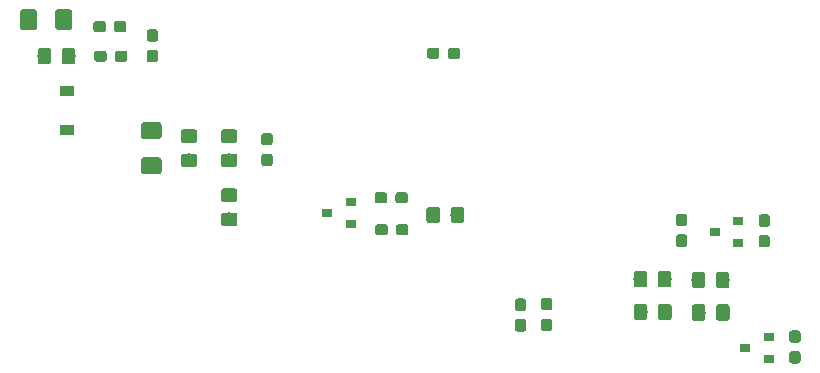
<source format=gbr>
G04 #@! TF.GenerationSoftware,KiCad,Pcbnew,(5.1.2-1)-1*
G04 #@! TF.CreationDate,2019-06-03T10:07:55+02:00*
G04 #@! TF.ProjectId,Dash,44617368-2e6b-4696-9361-645f70636258,rev?*
G04 #@! TF.SameCoordinates,Original*
G04 #@! TF.FileFunction,Paste,Bot*
G04 #@! TF.FilePolarity,Positive*
%FSLAX46Y46*%
G04 Gerber Fmt 4.6, Leading zero omitted, Abs format (unit mm)*
G04 Created by KiCad (PCBNEW (5.1.2-1)-1) date 2019-06-03 10:07:55*
%MOMM*%
%LPD*%
G04 APERTURE LIST*
%ADD10C,0.100000*%
%ADD11C,1.425000*%
%ADD12C,1.150000*%
%ADD13R,0.900000X0.800000*%
%ADD14C,0.950000*%
%ADD15R,1.200000X0.900000*%
G04 APERTURE END LIST*
D10*
G36*
X119149504Y-62901204D02*
G01*
X119173773Y-62904804D01*
X119197571Y-62910765D01*
X119220671Y-62919030D01*
X119242849Y-62929520D01*
X119263893Y-62942133D01*
X119283598Y-62956747D01*
X119301777Y-62973223D01*
X119318253Y-62991402D01*
X119332867Y-63011107D01*
X119345480Y-63032151D01*
X119355970Y-63054329D01*
X119364235Y-63077429D01*
X119370196Y-63101227D01*
X119373796Y-63125496D01*
X119375000Y-63150000D01*
X119375000Y-64075000D01*
X119373796Y-64099504D01*
X119370196Y-64123773D01*
X119364235Y-64147571D01*
X119355970Y-64170671D01*
X119345480Y-64192849D01*
X119332867Y-64213893D01*
X119318253Y-64233598D01*
X119301777Y-64251777D01*
X119283598Y-64268253D01*
X119263893Y-64282867D01*
X119242849Y-64295480D01*
X119220671Y-64305970D01*
X119197571Y-64314235D01*
X119173773Y-64320196D01*
X119149504Y-64323796D01*
X119125000Y-64325000D01*
X117875000Y-64325000D01*
X117850496Y-64323796D01*
X117826227Y-64320196D01*
X117802429Y-64314235D01*
X117779329Y-64305970D01*
X117757151Y-64295480D01*
X117736107Y-64282867D01*
X117716402Y-64268253D01*
X117698223Y-64251777D01*
X117681747Y-64233598D01*
X117667133Y-64213893D01*
X117654520Y-64192849D01*
X117644030Y-64170671D01*
X117635765Y-64147571D01*
X117629804Y-64123773D01*
X117626204Y-64099504D01*
X117625000Y-64075000D01*
X117625000Y-63150000D01*
X117626204Y-63125496D01*
X117629804Y-63101227D01*
X117635765Y-63077429D01*
X117644030Y-63054329D01*
X117654520Y-63032151D01*
X117667133Y-63011107D01*
X117681747Y-62991402D01*
X117698223Y-62973223D01*
X117716402Y-62956747D01*
X117736107Y-62942133D01*
X117757151Y-62929520D01*
X117779329Y-62919030D01*
X117802429Y-62910765D01*
X117826227Y-62904804D01*
X117850496Y-62901204D01*
X117875000Y-62900000D01*
X119125000Y-62900000D01*
X119149504Y-62901204D01*
X119149504Y-62901204D01*
G37*
D11*
X118500000Y-63612500D03*
D10*
G36*
X119149504Y-65876204D02*
G01*
X119173773Y-65879804D01*
X119197571Y-65885765D01*
X119220671Y-65894030D01*
X119242849Y-65904520D01*
X119263893Y-65917133D01*
X119283598Y-65931747D01*
X119301777Y-65948223D01*
X119318253Y-65966402D01*
X119332867Y-65986107D01*
X119345480Y-66007151D01*
X119355970Y-66029329D01*
X119364235Y-66052429D01*
X119370196Y-66076227D01*
X119373796Y-66100496D01*
X119375000Y-66125000D01*
X119375000Y-67050000D01*
X119373796Y-67074504D01*
X119370196Y-67098773D01*
X119364235Y-67122571D01*
X119355970Y-67145671D01*
X119345480Y-67167849D01*
X119332867Y-67188893D01*
X119318253Y-67208598D01*
X119301777Y-67226777D01*
X119283598Y-67243253D01*
X119263893Y-67257867D01*
X119242849Y-67270480D01*
X119220671Y-67280970D01*
X119197571Y-67289235D01*
X119173773Y-67295196D01*
X119149504Y-67298796D01*
X119125000Y-67300000D01*
X117875000Y-67300000D01*
X117850496Y-67298796D01*
X117826227Y-67295196D01*
X117802429Y-67289235D01*
X117779329Y-67280970D01*
X117757151Y-67270480D01*
X117736107Y-67257867D01*
X117716402Y-67243253D01*
X117698223Y-67226777D01*
X117681747Y-67208598D01*
X117667133Y-67188893D01*
X117654520Y-67167849D01*
X117644030Y-67145671D01*
X117635765Y-67122571D01*
X117629804Y-67098773D01*
X117626204Y-67074504D01*
X117625000Y-67050000D01*
X117625000Y-66125000D01*
X117626204Y-66100496D01*
X117629804Y-66076227D01*
X117635765Y-66052429D01*
X117644030Y-66029329D01*
X117654520Y-66007151D01*
X117667133Y-65986107D01*
X117681747Y-65966402D01*
X117698223Y-65948223D01*
X117716402Y-65931747D01*
X117736107Y-65917133D01*
X117757151Y-65904520D01*
X117779329Y-65894030D01*
X117802429Y-65885765D01*
X117826227Y-65879804D01*
X117850496Y-65876204D01*
X117875000Y-65875000D01*
X119125000Y-65875000D01*
X119149504Y-65876204D01*
X119149504Y-65876204D01*
G37*
D11*
X118500000Y-66587500D03*
D10*
G36*
X108599504Y-53326204D02*
G01*
X108623773Y-53329804D01*
X108647571Y-53335765D01*
X108670671Y-53344030D01*
X108692849Y-53354520D01*
X108713893Y-53367133D01*
X108733598Y-53381747D01*
X108751777Y-53398223D01*
X108768253Y-53416402D01*
X108782867Y-53436107D01*
X108795480Y-53457151D01*
X108805970Y-53479329D01*
X108814235Y-53502429D01*
X108820196Y-53526227D01*
X108823796Y-53550496D01*
X108825000Y-53575000D01*
X108825000Y-54825000D01*
X108823796Y-54849504D01*
X108820196Y-54873773D01*
X108814235Y-54897571D01*
X108805970Y-54920671D01*
X108795480Y-54942849D01*
X108782867Y-54963893D01*
X108768253Y-54983598D01*
X108751777Y-55001777D01*
X108733598Y-55018253D01*
X108713893Y-55032867D01*
X108692849Y-55045480D01*
X108670671Y-55055970D01*
X108647571Y-55064235D01*
X108623773Y-55070196D01*
X108599504Y-55073796D01*
X108575000Y-55075000D01*
X107650000Y-55075000D01*
X107625496Y-55073796D01*
X107601227Y-55070196D01*
X107577429Y-55064235D01*
X107554329Y-55055970D01*
X107532151Y-55045480D01*
X107511107Y-55032867D01*
X107491402Y-55018253D01*
X107473223Y-55001777D01*
X107456747Y-54983598D01*
X107442133Y-54963893D01*
X107429520Y-54942849D01*
X107419030Y-54920671D01*
X107410765Y-54897571D01*
X107404804Y-54873773D01*
X107401204Y-54849504D01*
X107400000Y-54825000D01*
X107400000Y-53575000D01*
X107401204Y-53550496D01*
X107404804Y-53526227D01*
X107410765Y-53502429D01*
X107419030Y-53479329D01*
X107429520Y-53457151D01*
X107442133Y-53436107D01*
X107456747Y-53416402D01*
X107473223Y-53398223D01*
X107491402Y-53381747D01*
X107511107Y-53367133D01*
X107532151Y-53354520D01*
X107554329Y-53344030D01*
X107577429Y-53335765D01*
X107601227Y-53329804D01*
X107625496Y-53326204D01*
X107650000Y-53325000D01*
X108575000Y-53325000D01*
X108599504Y-53326204D01*
X108599504Y-53326204D01*
G37*
D11*
X108112500Y-54200000D03*
D10*
G36*
X111574504Y-53326204D02*
G01*
X111598773Y-53329804D01*
X111622571Y-53335765D01*
X111645671Y-53344030D01*
X111667849Y-53354520D01*
X111688893Y-53367133D01*
X111708598Y-53381747D01*
X111726777Y-53398223D01*
X111743253Y-53416402D01*
X111757867Y-53436107D01*
X111770480Y-53457151D01*
X111780970Y-53479329D01*
X111789235Y-53502429D01*
X111795196Y-53526227D01*
X111798796Y-53550496D01*
X111800000Y-53575000D01*
X111800000Y-54825000D01*
X111798796Y-54849504D01*
X111795196Y-54873773D01*
X111789235Y-54897571D01*
X111780970Y-54920671D01*
X111770480Y-54942849D01*
X111757867Y-54963893D01*
X111743253Y-54983598D01*
X111726777Y-55001777D01*
X111708598Y-55018253D01*
X111688893Y-55032867D01*
X111667849Y-55045480D01*
X111645671Y-55055970D01*
X111622571Y-55064235D01*
X111598773Y-55070196D01*
X111574504Y-55073796D01*
X111550000Y-55075000D01*
X110625000Y-55075000D01*
X110600496Y-55073796D01*
X110576227Y-55070196D01*
X110552429Y-55064235D01*
X110529329Y-55055970D01*
X110507151Y-55045480D01*
X110486107Y-55032867D01*
X110466402Y-55018253D01*
X110448223Y-55001777D01*
X110431747Y-54983598D01*
X110417133Y-54963893D01*
X110404520Y-54942849D01*
X110394030Y-54920671D01*
X110385765Y-54897571D01*
X110379804Y-54873773D01*
X110376204Y-54849504D01*
X110375000Y-54825000D01*
X110375000Y-53575000D01*
X110376204Y-53550496D01*
X110379804Y-53526227D01*
X110385765Y-53502429D01*
X110394030Y-53479329D01*
X110404520Y-53457151D01*
X110417133Y-53436107D01*
X110431747Y-53416402D01*
X110448223Y-53398223D01*
X110466402Y-53381747D01*
X110486107Y-53367133D01*
X110507151Y-53354520D01*
X110529329Y-53344030D01*
X110552429Y-53335765D01*
X110576227Y-53329804D01*
X110600496Y-53326204D01*
X110625000Y-53325000D01*
X111550000Y-53325000D01*
X111574504Y-53326204D01*
X111574504Y-53326204D01*
G37*
D11*
X111087500Y-54200000D03*
D10*
G36*
X125574505Y-70551204D02*
G01*
X125598773Y-70554804D01*
X125622572Y-70560765D01*
X125645671Y-70569030D01*
X125667850Y-70579520D01*
X125688893Y-70592132D01*
X125708599Y-70606747D01*
X125726777Y-70623223D01*
X125743253Y-70641401D01*
X125757868Y-70661107D01*
X125770480Y-70682150D01*
X125780970Y-70704329D01*
X125789235Y-70727428D01*
X125795196Y-70751227D01*
X125798796Y-70775495D01*
X125800000Y-70799999D01*
X125800000Y-71450001D01*
X125798796Y-71474505D01*
X125795196Y-71498773D01*
X125789235Y-71522572D01*
X125780970Y-71545671D01*
X125770480Y-71567850D01*
X125757868Y-71588893D01*
X125743253Y-71608599D01*
X125726777Y-71626777D01*
X125708599Y-71643253D01*
X125688893Y-71657868D01*
X125667850Y-71670480D01*
X125645671Y-71680970D01*
X125622572Y-71689235D01*
X125598773Y-71695196D01*
X125574505Y-71698796D01*
X125550001Y-71700000D01*
X124649999Y-71700000D01*
X124625495Y-71698796D01*
X124601227Y-71695196D01*
X124577428Y-71689235D01*
X124554329Y-71680970D01*
X124532150Y-71670480D01*
X124511107Y-71657868D01*
X124491401Y-71643253D01*
X124473223Y-71626777D01*
X124456747Y-71608599D01*
X124442132Y-71588893D01*
X124429520Y-71567850D01*
X124419030Y-71545671D01*
X124410765Y-71522572D01*
X124404804Y-71498773D01*
X124401204Y-71474505D01*
X124400000Y-71450001D01*
X124400000Y-70799999D01*
X124401204Y-70775495D01*
X124404804Y-70751227D01*
X124410765Y-70727428D01*
X124419030Y-70704329D01*
X124429520Y-70682150D01*
X124442132Y-70661107D01*
X124456747Y-70641401D01*
X124473223Y-70623223D01*
X124491401Y-70606747D01*
X124511107Y-70592132D01*
X124532150Y-70579520D01*
X124554329Y-70569030D01*
X124577428Y-70560765D01*
X124601227Y-70554804D01*
X124625495Y-70551204D01*
X124649999Y-70550000D01*
X125550001Y-70550000D01*
X125574505Y-70551204D01*
X125574505Y-70551204D01*
G37*
D12*
X125100000Y-71125000D03*
D10*
G36*
X125574505Y-68501204D02*
G01*
X125598773Y-68504804D01*
X125622572Y-68510765D01*
X125645671Y-68519030D01*
X125667850Y-68529520D01*
X125688893Y-68542132D01*
X125708599Y-68556747D01*
X125726777Y-68573223D01*
X125743253Y-68591401D01*
X125757868Y-68611107D01*
X125770480Y-68632150D01*
X125780970Y-68654329D01*
X125789235Y-68677428D01*
X125795196Y-68701227D01*
X125798796Y-68725495D01*
X125800000Y-68749999D01*
X125800000Y-69400001D01*
X125798796Y-69424505D01*
X125795196Y-69448773D01*
X125789235Y-69472572D01*
X125780970Y-69495671D01*
X125770480Y-69517850D01*
X125757868Y-69538893D01*
X125743253Y-69558599D01*
X125726777Y-69576777D01*
X125708599Y-69593253D01*
X125688893Y-69607868D01*
X125667850Y-69620480D01*
X125645671Y-69630970D01*
X125622572Y-69639235D01*
X125598773Y-69645196D01*
X125574505Y-69648796D01*
X125550001Y-69650000D01*
X124649999Y-69650000D01*
X124625495Y-69648796D01*
X124601227Y-69645196D01*
X124577428Y-69639235D01*
X124554329Y-69630970D01*
X124532150Y-69620480D01*
X124511107Y-69607868D01*
X124491401Y-69593253D01*
X124473223Y-69576777D01*
X124456747Y-69558599D01*
X124442132Y-69538893D01*
X124429520Y-69517850D01*
X124419030Y-69495671D01*
X124410765Y-69472572D01*
X124404804Y-69448773D01*
X124401204Y-69424505D01*
X124400000Y-69400001D01*
X124400000Y-68749999D01*
X124401204Y-68725495D01*
X124404804Y-68701227D01*
X124410765Y-68677428D01*
X124419030Y-68654329D01*
X124429520Y-68632150D01*
X124442132Y-68611107D01*
X124456747Y-68591401D01*
X124473223Y-68573223D01*
X124491401Y-68556747D01*
X124511107Y-68542132D01*
X124532150Y-68529520D01*
X124554329Y-68519030D01*
X124577428Y-68510765D01*
X124601227Y-68504804D01*
X124625495Y-68501204D01*
X124649999Y-68500000D01*
X125550001Y-68500000D01*
X125574505Y-68501204D01*
X125574505Y-68501204D01*
G37*
D12*
X125100000Y-69075000D03*
D13*
X168800000Y-82000000D03*
X170800000Y-82950000D03*
X170800000Y-81050000D03*
X166200000Y-72200000D03*
X168200000Y-73150000D03*
X168200000Y-71250000D03*
D10*
G36*
X167240981Y-78307358D02*
G01*
X167265249Y-78310958D01*
X167289048Y-78316919D01*
X167312147Y-78325184D01*
X167334326Y-78335674D01*
X167355369Y-78348286D01*
X167375075Y-78362901D01*
X167393253Y-78379377D01*
X167409729Y-78397555D01*
X167424344Y-78417261D01*
X167436956Y-78438304D01*
X167447446Y-78460483D01*
X167455711Y-78483582D01*
X167461672Y-78507381D01*
X167465272Y-78531649D01*
X167466476Y-78556153D01*
X167466476Y-79456155D01*
X167465272Y-79480659D01*
X167461672Y-79504927D01*
X167455711Y-79528726D01*
X167447446Y-79551825D01*
X167436956Y-79574004D01*
X167424344Y-79595047D01*
X167409729Y-79614753D01*
X167393253Y-79632931D01*
X167375075Y-79649407D01*
X167355369Y-79664022D01*
X167334326Y-79676634D01*
X167312147Y-79687124D01*
X167289048Y-79695389D01*
X167265249Y-79701350D01*
X167240981Y-79704950D01*
X167216477Y-79706154D01*
X166566475Y-79706154D01*
X166541971Y-79704950D01*
X166517703Y-79701350D01*
X166493904Y-79695389D01*
X166470805Y-79687124D01*
X166448626Y-79676634D01*
X166427583Y-79664022D01*
X166407877Y-79649407D01*
X166389699Y-79632931D01*
X166373223Y-79614753D01*
X166358608Y-79595047D01*
X166345996Y-79574004D01*
X166335506Y-79551825D01*
X166327241Y-79528726D01*
X166321280Y-79504927D01*
X166317680Y-79480659D01*
X166316476Y-79456155D01*
X166316476Y-78556153D01*
X166317680Y-78531649D01*
X166321280Y-78507381D01*
X166327241Y-78483582D01*
X166335506Y-78460483D01*
X166345996Y-78438304D01*
X166358608Y-78417261D01*
X166373223Y-78397555D01*
X166389699Y-78379377D01*
X166407877Y-78362901D01*
X166427583Y-78348286D01*
X166448626Y-78335674D01*
X166470805Y-78325184D01*
X166493904Y-78316919D01*
X166517703Y-78310958D01*
X166541971Y-78307358D01*
X166566475Y-78306154D01*
X167216477Y-78306154D01*
X167240981Y-78307358D01*
X167240981Y-78307358D01*
G37*
D12*
X166891476Y-79006154D03*
D10*
G36*
X165190981Y-78307358D02*
G01*
X165215249Y-78310958D01*
X165239048Y-78316919D01*
X165262147Y-78325184D01*
X165284326Y-78335674D01*
X165305369Y-78348286D01*
X165325075Y-78362901D01*
X165343253Y-78379377D01*
X165359729Y-78397555D01*
X165374344Y-78417261D01*
X165386956Y-78438304D01*
X165397446Y-78460483D01*
X165405711Y-78483582D01*
X165411672Y-78507381D01*
X165415272Y-78531649D01*
X165416476Y-78556153D01*
X165416476Y-79456155D01*
X165415272Y-79480659D01*
X165411672Y-79504927D01*
X165405711Y-79528726D01*
X165397446Y-79551825D01*
X165386956Y-79574004D01*
X165374344Y-79595047D01*
X165359729Y-79614753D01*
X165343253Y-79632931D01*
X165325075Y-79649407D01*
X165305369Y-79664022D01*
X165284326Y-79676634D01*
X165262147Y-79687124D01*
X165239048Y-79695389D01*
X165215249Y-79701350D01*
X165190981Y-79704950D01*
X165166477Y-79706154D01*
X164516475Y-79706154D01*
X164491971Y-79704950D01*
X164467703Y-79701350D01*
X164443904Y-79695389D01*
X164420805Y-79687124D01*
X164398626Y-79676634D01*
X164377583Y-79664022D01*
X164357877Y-79649407D01*
X164339699Y-79632931D01*
X164323223Y-79614753D01*
X164308608Y-79595047D01*
X164295996Y-79574004D01*
X164285506Y-79551825D01*
X164277241Y-79528726D01*
X164271280Y-79504927D01*
X164267680Y-79480659D01*
X164266476Y-79456155D01*
X164266476Y-78556153D01*
X164267680Y-78531649D01*
X164271280Y-78507381D01*
X164277241Y-78483582D01*
X164285506Y-78460483D01*
X164295996Y-78438304D01*
X164308608Y-78417261D01*
X164323223Y-78397555D01*
X164339699Y-78379377D01*
X164357877Y-78362901D01*
X164377583Y-78348286D01*
X164398626Y-78335674D01*
X164420805Y-78325184D01*
X164443904Y-78316919D01*
X164467703Y-78310958D01*
X164491971Y-78307358D01*
X164516475Y-78306154D01*
X165166477Y-78306154D01*
X165190981Y-78307358D01*
X165190981Y-78307358D01*
G37*
D12*
X164841476Y-79006154D03*
D10*
G36*
X162324505Y-78271204D02*
G01*
X162348773Y-78274804D01*
X162372572Y-78280765D01*
X162395671Y-78289030D01*
X162417850Y-78299520D01*
X162438893Y-78312132D01*
X162458599Y-78326747D01*
X162476777Y-78343223D01*
X162493253Y-78361401D01*
X162507868Y-78381107D01*
X162520480Y-78402150D01*
X162530970Y-78424329D01*
X162539235Y-78447428D01*
X162545196Y-78471227D01*
X162548796Y-78495495D01*
X162550000Y-78519999D01*
X162550000Y-79420001D01*
X162548796Y-79444505D01*
X162545196Y-79468773D01*
X162539235Y-79492572D01*
X162530970Y-79515671D01*
X162520480Y-79537850D01*
X162507868Y-79558893D01*
X162493253Y-79578599D01*
X162476777Y-79596777D01*
X162458599Y-79613253D01*
X162438893Y-79627868D01*
X162417850Y-79640480D01*
X162395671Y-79650970D01*
X162372572Y-79659235D01*
X162348773Y-79665196D01*
X162324505Y-79668796D01*
X162300001Y-79670000D01*
X161649999Y-79670000D01*
X161625495Y-79668796D01*
X161601227Y-79665196D01*
X161577428Y-79659235D01*
X161554329Y-79650970D01*
X161532150Y-79640480D01*
X161511107Y-79627868D01*
X161491401Y-79613253D01*
X161473223Y-79596777D01*
X161456747Y-79578599D01*
X161442132Y-79558893D01*
X161429520Y-79537850D01*
X161419030Y-79515671D01*
X161410765Y-79492572D01*
X161404804Y-79468773D01*
X161401204Y-79444505D01*
X161400000Y-79420001D01*
X161400000Y-78519999D01*
X161401204Y-78495495D01*
X161404804Y-78471227D01*
X161410765Y-78447428D01*
X161419030Y-78424329D01*
X161429520Y-78402150D01*
X161442132Y-78381107D01*
X161456747Y-78361401D01*
X161473223Y-78343223D01*
X161491401Y-78326747D01*
X161511107Y-78312132D01*
X161532150Y-78299520D01*
X161554329Y-78289030D01*
X161577428Y-78280765D01*
X161601227Y-78274804D01*
X161625495Y-78271204D01*
X161649999Y-78270000D01*
X162300001Y-78270000D01*
X162324505Y-78271204D01*
X162324505Y-78271204D01*
G37*
D12*
X161975000Y-78970000D03*
D10*
G36*
X160274505Y-78271204D02*
G01*
X160298773Y-78274804D01*
X160322572Y-78280765D01*
X160345671Y-78289030D01*
X160367850Y-78299520D01*
X160388893Y-78312132D01*
X160408599Y-78326747D01*
X160426777Y-78343223D01*
X160443253Y-78361401D01*
X160457868Y-78381107D01*
X160470480Y-78402150D01*
X160480970Y-78424329D01*
X160489235Y-78447428D01*
X160495196Y-78471227D01*
X160498796Y-78495495D01*
X160500000Y-78519999D01*
X160500000Y-79420001D01*
X160498796Y-79444505D01*
X160495196Y-79468773D01*
X160489235Y-79492572D01*
X160480970Y-79515671D01*
X160470480Y-79537850D01*
X160457868Y-79558893D01*
X160443253Y-79578599D01*
X160426777Y-79596777D01*
X160408599Y-79613253D01*
X160388893Y-79627868D01*
X160367850Y-79640480D01*
X160345671Y-79650970D01*
X160322572Y-79659235D01*
X160298773Y-79665196D01*
X160274505Y-79668796D01*
X160250001Y-79670000D01*
X159599999Y-79670000D01*
X159575495Y-79668796D01*
X159551227Y-79665196D01*
X159527428Y-79659235D01*
X159504329Y-79650970D01*
X159482150Y-79640480D01*
X159461107Y-79627868D01*
X159441401Y-79613253D01*
X159423223Y-79596777D01*
X159406747Y-79578599D01*
X159392132Y-79558893D01*
X159379520Y-79537850D01*
X159369030Y-79515671D01*
X159360765Y-79492572D01*
X159354804Y-79468773D01*
X159351204Y-79444505D01*
X159350000Y-79420001D01*
X159350000Y-78519999D01*
X159351204Y-78495495D01*
X159354804Y-78471227D01*
X159360765Y-78447428D01*
X159369030Y-78424329D01*
X159379520Y-78402150D01*
X159392132Y-78381107D01*
X159406747Y-78361401D01*
X159423223Y-78343223D01*
X159441401Y-78326747D01*
X159461107Y-78312132D01*
X159482150Y-78299520D01*
X159504329Y-78289030D01*
X159527428Y-78280765D01*
X159551227Y-78274804D01*
X159575495Y-78271204D01*
X159599999Y-78270000D01*
X160250001Y-78270000D01*
X160274505Y-78271204D01*
X160274505Y-78271204D01*
G37*
D12*
X159925000Y-78970000D03*
D10*
G36*
X167229505Y-75561204D02*
G01*
X167253773Y-75564804D01*
X167277572Y-75570765D01*
X167300671Y-75579030D01*
X167322850Y-75589520D01*
X167343893Y-75602132D01*
X167363599Y-75616747D01*
X167381777Y-75633223D01*
X167398253Y-75651401D01*
X167412868Y-75671107D01*
X167425480Y-75692150D01*
X167435970Y-75714329D01*
X167444235Y-75737428D01*
X167450196Y-75761227D01*
X167453796Y-75785495D01*
X167455000Y-75809999D01*
X167455000Y-76710001D01*
X167453796Y-76734505D01*
X167450196Y-76758773D01*
X167444235Y-76782572D01*
X167435970Y-76805671D01*
X167425480Y-76827850D01*
X167412868Y-76848893D01*
X167398253Y-76868599D01*
X167381777Y-76886777D01*
X167363599Y-76903253D01*
X167343893Y-76917868D01*
X167322850Y-76930480D01*
X167300671Y-76940970D01*
X167277572Y-76949235D01*
X167253773Y-76955196D01*
X167229505Y-76958796D01*
X167205001Y-76960000D01*
X166554999Y-76960000D01*
X166530495Y-76958796D01*
X166506227Y-76955196D01*
X166482428Y-76949235D01*
X166459329Y-76940970D01*
X166437150Y-76930480D01*
X166416107Y-76917868D01*
X166396401Y-76903253D01*
X166378223Y-76886777D01*
X166361747Y-76868599D01*
X166347132Y-76848893D01*
X166334520Y-76827850D01*
X166324030Y-76805671D01*
X166315765Y-76782572D01*
X166309804Y-76758773D01*
X166306204Y-76734505D01*
X166305000Y-76710001D01*
X166305000Y-75809999D01*
X166306204Y-75785495D01*
X166309804Y-75761227D01*
X166315765Y-75737428D01*
X166324030Y-75714329D01*
X166334520Y-75692150D01*
X166347132Y-75671107D01*
X166361747Y-75651401D01*
X166378223Y-75633223D01*
X166396401Y-75616747D01*
X166416107Y-75602132D01*
X166437150Y-75589520D01*
X166459329Y-75579030D01*
X166482428Y-75570765D01*
X166506227Y-75564804D01*
X166530495Y-75561204D01*
X166554999Y-75560000D01*
X167205001Y-75560000D01*
X167229505Y-75561204D01*
X167229505Y-75561204D01*
G37*
D12*
X166880000Y-76260000D03*
D10*
G36*
X165179505Y-75561204D02*
G01*
X165203773Y-75564804D01*
X165227572Y-75570765D01*
X165250671Y-75579030D01*
X165272850Y-75589520D01*
X165293893Y-75602132D01*
X165313599Y-75616747D01*
X165331777Y-75633223D01*
X165348253Y-75651401D01*
X165362868Y-75671107D01*
X165375480Y-75692150D01*
X165385970Y-75714329D01*
X165394235Y-75737428D01*
X165400196Y-75761227D01*
X165403796Y-75785495D01*
X165405000Y-75809999D01*
X165405000Y-76710001D01*
X165403796Y-76734505D01*
X165400196Y-76758773D01*
X165394235Y-76782572D01*
X165385970Y-76805671D01*
X165375480Y-76827850D01*
X165362868Y-76848893D01*
X165348253Y-76868599D01*
X165331777Y-76886777D01*
X165313599Y-76903253D01*
X165293893Y-76917868D01*
X165272850Y-76930480D01*
X165250671Y-76940970D01*
X165227572Y-76949235D01*
X165203773Y-76955196D01*
X165179505Y-76958796D01*
X165155001Y-76960000D01*
X164504999Y-76960000D01*
X164480495Y-76958796D01*
X164456227Y-76955196D01*
X164432428Y-76949235D01*
X164409329Y-76940970D01*
X164387150Y-76930480D01*
X164366107Y-76917868D01*
X164346401Y-76903253D01*
X164328223Y-76886777D01*
X164311747Y-76868599D01*
X164297132Y-76848893D01*
X164284520Y-76827850D01*
X164274030Y-76805671D01*
X164265765Y-76782572D01*
X164259804Y-76758773D01*
X164256204Y-76734505D01*
X164255000Y-76710001D01*
X164255000Y-75809999D01*
X164256204Y-75785495D01*
X164259804Y-75761227D01*
X164265765Y-75737428D01*
X164274030Y-75714329D01*
X164284520Y-75692150D01*
X164297132Y-75671107D01*
X164311747Y-75651401D01*
X164328223Y-75633223D01*
X164346401Y-75616747D01*
X164366107Y-75602132D01*
X164387150Y-75589520D01*
X164409329Y-75579030D01*
X164432428Y-75570765D01*
X164456227Y-75564804D01*
X164480495Y-75561204D01*
X164504999Y-75560000D01*
X165155001Y-75560000D01*
X165179505Y-75561204D01*
X165179505Y-75561204D01*
G37*
D12*
X164830000Y-76260000D03*
D10*
G36*
X109799505Y-56601204D02*
G01*
X109823773Y-56604804D01*
X109847572Y-56610765D01*
X109870671Y-56619030D01*
X109892850Y-56629520D01*
X109913893Y-56642132D01*
X109933599Y-56656747D01*
X109951777Y-56673223D01*
X109968253Y-56691401D01*
X109982868Y-56711107D01*
X109995480Y-56732150D01*
X110005970Y-56754329D01*
X110014235Y-56777428D01*
X110020196Y-56801227D01*
X110023796Y-56825495D01*
X110025000Y-56849999D01*
X110025000Y-57750001D01*
X110023796Y-57774505D01*
X110020196Y-57798773D01*
X110014235Y-57822572D01*
X110005970Y-57845671D01*
X109995480Y-57867850D01*
X109982868Y-57888893D01*
X109968253Y-57908599D01*
X109951777Y-57926777D01*
X109933599Y-57943253D01*
X109913893Y-57957868D01*
X109892850Y-57970480D01*
X109870671Y-57980970D01*
X109847572Y-57989235D01*
X109823773Y-57995196D01*
X109799505Y-57998796D01*
X109775001Y-58000000D01*
X109124999Y-58000000D01*
X109100495Y-57998796D01*
X109076227Y-57995196D01*
X109052428Y-57989235D01*
X109029329Y-57980970D01*
X109007150Y-57970480D01*
X108986107Y-57957868D01*
X108966401Y-57943253D01*
X108948223Y-57926777D01*
X108931747Y-57908599D01*
X108917132Y-57888893D01*
X108904520Y-57867850D01*
X108894030Y-57845671D01*
X108885765Y-57822572D01*
X108879804Y-57798773D01*
X108876204Y-57774505D01*
X108875000Y-57750001D01*
X108875000Y-56849999D01*
X108876204Y-56825495D01*
X108879804Y-56801227D01*
X108885765Y-56777428D01*
X108894030Y-56754329D01*
X108904520Y-56732150D01*
X108917132Y-56711107D01*
X108931747Y-56691401D01*
X108948223Y-56673223D01*
X108966401Y-56656747D01*
X108986107Y-56642132D01*
X109007150Y-56629520D01*
X109029329Y-56619030D01*
X109052428Y-56610765D01*
X109076227Y-56604804D01*
X109100495Y-56601204D01*
X109124999Y-56600000D01*
X109775001Y-56600000D01*
X109799505Y-56601204D01*
X109799505Y-56601204D01*
G37*
D12*
X109450000Y-57300000D03*
D10*
G36*
X111849505Y-56601204D02*
G01*
X111873773Y-56604804D01*
X111897572Y-56610765D01*
X111920671Y-56619030D01*
X111942850Y-56629520D01*
X111963893Y-56642132D01*
X111983599Y-56656747D01*
X112001777Y-56673223D01*
X112018253Y-56691401D01*
X112032868Y-56711107D01*
X112045480Y-56732150D01*
X112055970Y-56754329D01*
X112064235Y-56777428D01*
X112070196Y-56801227D01*
X112073796Y-56825495D01*
X112075000Y-56849999D01*
X112075000Y-57750001D01*
X112073796Y-57774505D01*
X112070196Y-57798773D01*
X112064235Y-57822572D01*
X112055970Y-57845671D01*
X112045480Y-57867850D01*
X112032868Y-57888893D01*
X112018253Y-57908599D01*
X112001777Y-57926777D01*
X111983599Y-57943253D01*
X111963893Y-57957868D01*
X111942850Y-57970480D01*
X111920671Y-57980970D01*
X111897572Y-57989235D01*
X111873773Y-57995196D01*
X111849505Y-57998796D01*
X111825001Y-58000000D01*
X111174999Y-58000000D01*
X111150495Y-57998796D01*
X111126227Y-57995196D01*
X111102428Y-57989235D01*
X111079329Y-57980970D01*
X111057150Y-57970480D01*
X111036107Y-57957868D01*
X111016401Y-57943253D01*
X110998223Y-57926777D01*
X110981747Y-57908599D01*
X110967132Y-57888893D01*
X110954520Y-57867850D01*
X110944030Y-57845671D01*
X110935765Y-57822572D01*
X110929804Y-57798773D01*
X110926204Y-57774505D01*
X110925000Y-57750001D01*
X110925000Y-56849999D01*
X110926204Y-56825495D01*
X110929804Y-56801227D01*
X110935765Y-56777428D01*
X110944030Y-56754329D01*
X110954520Y-56732150D01*
X110967132Y-56711107D01*
X110981747Y-56691401D01*
X110998223Y-56673223D01*
X111016401Y-56656747D01*
X111036107Y-56642132D01*
X111057150Y-56629520D01*
X111079329Y-56619030D01*
X111102428Y-56610765D01*
X111126227Y-56604804D01*
X111150495Y-56601204D01*
X111174999Y-56600000D01*
X111825001Y-56600000D01*
X111849505Y-56601204D01*
X111849505Y-56601204D01*
G37*
D12*
X111500000Y-57300000D03*
D10*
G36*
X125574505Y-63501204D02*
G01*
X125598773Y-63504804D01*
X125622572Y-63510765D01*
X125645671Y-63519030D01*
X125667850Y-63529520D01*
X125688893Y-63542132D01*
X125708599Y-63556747D01*
X125726777Y-63573223D01*
X125743253Y-63591401D01*
X125757868Y-63611107D01*
X125770480Y-63632150D01*
X125780970Y-63654329D01*
X125789235Y-63677428D01*
X125795196Y-63701227D01*
X125798796Y-63725495D01*
X125800000Y-63749999D01*
X125800000Y-64400001D01*
X125798796Y-64424505D01*
X125795196Y-64448773D01*
X125789235Y-64472572D01*
X125780970Y-64495671D01*
X125770480Y-64517850D01*
X125757868Y-64538893D01*
X125743253Y-64558599D01*
X125726777Y-64576777D01*
X125708599Y-64593253D01*
X125688893Y-64607868D01*
X125667850Y-64620480D01*
X125645671Y-64630970D01*
X125622572Y-64639235D01*
X125598773Y-64645196D01*
X125574505Y-64648796D01*
X125550001Y-64650000D01*
X124649999Y-64650000D01*
X124625495Y-64648796D01*
X124601227Y-64645196D01*
X124577428Y-64639235D01*
X124554329Y-64630970D01*
X124532150Y-64620480D01*
X124511107Y-64607868D01*
X124491401Y-64593253D01*
X124473223Y-64576777D01*
X124456747Y-64558599D01*
X124442132Y-64538893D01*
X124429520Y-64517850D01*
X124419030Y-64495671D01*
X124410765Y-64472572D01*
X124404804Y-64448773D01*
X124401204Y-64424505D01*
X124400000Y-64400001D01*
X124400000Y-63749999D01*
X124401204Y-63725495D01*
X124404804Y-63701227D01*
X124410765Y-63677428D01*
X124419030Y-63654329D01*
X124429520Y-63632150D01*
X124442132Y-63611107D01*
X124456747Y-63591401D01*
X124473223Y-63573223D01*
X124491401Y-63556747D01*
X124511107Y-63542132D01*
X124532150Y-63529520D01*
X124554329Y-63519030D01*
X124577428Y-63510765D01*
X124601227Y-63504804D01*
X124625495Y-63501204D01*
X124649999Y-63500000D01*
X125550001Y-63500000D01*
X125574505Y-63501204D01*
X125574505Y-63501204D01*
G37*
D12*
X125100000Y-64075000D03*
D10*
G36*
X125574505Y-65551204D02*
G01*
X125598773Y-65554804D01*
X125622572Y-65560765D01*
X125645671Y-65569030D01*
X125667850Y-65579520D01*
X125688893Y-65592132D01*
X125708599Y-65606747D01*
X125726777Y-65623223D01*
X125743253Y-65641401D01*
X125757868Y-65661107D01*
X125770480Y-65682150D01*
X125780970Y-65704329D01*
X125789235Y-65727428D01*
X125795196Y-65751227D01*
X125798796Y-65775495D01*
X125800000Y-65799999D01*
X125800000Y-66450001D01*
X125798796Y-66474505D01*
X125795196Y-66498773D01*
X125789235Y-66522572D01*
X125780970Y-66545671D01*
X125770480Y-66567850D01*
X125757868Y-66588893D01*
X125743253Y-66608599D01*
X125726777Y-66626777D01*
X125708599Y-66643253D01*
X125688893Y-66657868D01*
X125667850Y-66670480D01*
X125645671Y-66680970D01*
X125622572Y-66689235D01*
X125598773Y-66695196D01*
X125574505Y-66698796D01*
X125550001Y-66700000D01*
X124649999Y-66700000D01*
X124625495Y-66698796D01*
X124601227Y-66695196D01*
X124577428Y-66689235D01*
X124554329Y-66680970D01*
X124532150Y-66670480D01*
X124511107Y-66657868D01*
X124491401Y-66643253D01*
X124473223Y-66626777D01*
X124456747Y-66608599D01*
X124442132Y-66588893D01*
X124429520Y-66567850D01*
X124419030Y-66545671D01*
X124410765Y-66522572D01*
X124404804Y-66498773D01*
X124401204Y-66474505D01*
X124400000Y-66450001D01*
X124400000Y-65799999D01*
X124401204Y-65775495D01*
X124404804Y-65751227D01*
X124410765Y-65727428D01*
X124419030Y-65704329D01*
X124429520Y-65682150D01*
X124442132Y-65661107D01*
X124456747Y-65641401D01*
X124473223Y-65623223D01*
X124491401Y-65606747D01*
X124511107Y-65592132D01*
X124532150Y-65579520D01*
X124554329Y-65569030D01*
X124577428Y-65560765D01*
X124601227Y-65554804D01*
X124625495Y-65551204D01*
X124649999Y-65550000D01*
X125550001Y-65550000D01*
X125574505Y-65551204D01*
X125574505Y-65551204D01*
G37*
D12*
X125100000Y-66125000D03*
D10*
G36*
X162314505Y-75481204D02*
G01*
X162338773Y-75484804D01*
X162362572Y-75490765D01*
X162385671Y-75499030D01*
X162407850Y-75509520D01*
X162428893Y-75522132D01*
X162448599Y-75536747D01*
X162466777Y-75553223D01*
X162483253Y-75571401D01*
X162497868Y-75591107D01*
X162510480Y-75612150D01*
X162520970Y-75634329D01*
X162529235Y-75657428D01*
X162535196Y-75681227D01*
X162538796Y-75705495D01*
X162540000Y-75729999D01*
X162540000Y-76630001D01*
X162538796Y-76654505D01*
X162535196Y-76678773D01*
X162529235Y-76702572D01*
X162520970Y-76725671D01*
X162510480Y-76747850D01*
X162497868Y-76768893D01*
X162483253Y-76788599D01*
X162466777Y-76806777D01*
X162448599Y-76823253D01*
X162428893Y-76837868D01*
X162407850Y-76850480D01*
X162385671Y-76860970D01*
X162362572Y-76869235D01*
X162338773Y-76875196D01*
X162314505Y-76878796D01*
X162290001Y-76880000D01*
X161639999Y-76880000D01*
X161615495Y-76878796D01*
X161591227Y-76875196D01*
X161567428Y-76869235D01*
X161544329Y-76860970D01*
X161522150Y-76850480D01*
X161501107Y-76837868D01*
X161481401Y-76823253D01*
X161463223Y-76806777D01*
X161446747Y-76788599D01*
X161432132Y-76768893D01*
X161419520Y-76747850D01*
X161409030Y-76725671D01*
X161400765Y-76702572D01*
X161394804Y-76678773D01*
X161391204Y-76654505D01*
X161390000Y-76630001D01*
X161390000Y-75729999D01*
X161391204Y-75705495D01*
X161394804Y-75681227D01*
X161400765Y-75657428D01*
X161409030Y-75634329D01*
X161419520Y-75612150D01*
X161432132Y-75591107D01*
X161446747Y-75571401D01*
X161463223Y-75553223D01*
X161481401Y-75536747D01*
X161501107Y-75522132D01*
X161522150Y-75509520D01*
X161544329Y-75499030D01*
X161567428Y-75490765D01*
X161591227Y-75484804D01*
X161615495Y-75481204D01*
X161639999Y-75480000D01*
X162290001Y-75480000D01*
X162314505Y-75481204D01*
X162314505Y-75481204D01*
G37*
D12*
X161965000Y-76180000D03*
D10*
G36*
X160264505Y-75481204D02*
G01*
X160288773Y-75484804D01*
X160312572Y-75490765D01*
X160335671Y-75499030D01*
X160357850Y-75509520D01*
X160378893Y-75522132D01*
X160398599Y-75536747D01*
X160416777Y-75553223D01*
X160433253Y-75571401D01*
X160447868Y-75591107D01*
X160460480Y-75612150D01*
X160470970Y-75634329D01*
X160479235Y-75657428D01*
X160485196Y-75681227D01*
X160488796Y-75705495D01*
X160490000Y-75729999D01*
X160490000Y-76630001D01*
X160488796Y-76654505D01*
X160485196Y-76678773D01*
X160479235Y-76702572D01*
X160470970Y-76725671D01*
X160460480Y-76747850D01*
X160447868Y-76768893D01*
X160433253Y-76788599D01*
X160416777Y-76806777D01*
X160398599Y-76823253D01*
X160378893Y-76837868D01*
X160357850Y-76850480D01*
X160335671Y-76860970D01*
X160312572Y-76869235D01*
X160288773Y-76875196D01*
X160264505Y-76878796D01*
X160240001Y-76880000D01*
X159589999Y-76880000D01*
X159565495Y-76878796D01*
X159541227Y-76875196D01*
X159517428Y-76869235D01*
X159494329Y-76860970D01*
X159472150Y-76850480D01*
X159451107Y-76837868D01*
X159431401Y-76823253D01*
X159413223Y-76806777D01*
X159396747Y-76788599D01*
X159382132Y-76768893D01*
X159369520Y-76747850D01*
X159359030Y-76725671D01*
X159350765Y-76702572D01*
X159344804Y-76678773D01*
X159341204Y-76654505D01*
X159340000Y-76630001D01*
X159340000Y-75729999D01*
X159341204Y-75705495D01*
X159344804Y-75681227D01*
X159350765Y-75657428D01*
X159359030Y-75634329D01*
X159369520Y-75612150D01*
X159382132Y-75591107D01*
X159396747Y-75571401D01*
X159413223Y-75553223D01*
X159431401Y-75536747D01*
X159451107Y-75522132D01*
X159472150Y-75509520D01*
X159494329Y-75499030D01*
X159517428Y-75490765D01*
X159541227Y-75484804D01*
X159565495Y-75481204D01*
X159589999Y-75480000D01*
X160240001Y-75480000D01*
X160264505Y-75481204D01*
X160264505Y-75481204D01*
G37*
D12*
X159915000Y-76180000D03*
D10*
G36*
X122174505Y-65551204D02*
G01*
X122198773Y-65554804D01*
X122222572Y-65560765D01*
X122245671Y-65569030D01*
X122267850Y-65579520D01*
X122288893Y-65592132D01*
X122308599Y-65606747D01*
X122326777Y-65623223D01*
X122343253Y-65641401D01*
X122357868Y-65661107D01*
X122370480Y-65682150D01*
X122380970Y-65704329D01*
X122389235Y-65727428D01*
X122395196Y-65751227D01*
X122398796Y-65775495D01*
X122400000Y-65799999D01*
X122400000Y-66450001D01*
X122398796Y-66474505D01*
X122395196Y-66498773D01*
X122389235Y-66522572D01*
X122380970Y-66545671D01*
X122370480Y-66567850D01*
X122357868Y-66588893D01*
X122343253Y-66608599D01*
X122326777Y-66626777D01*
X122308599Y-66643253D01*
X122288893Y-66657868D01*
X122267850Y-66670480D01*
X122245671Y-66680970D01*
X122222572Y-66689235D01*
X122198773Y-66695196D01*
X122174505Y-66698796D01*
X122150001Y-66700000D01*
X121249999Y-66700000D01*
X121225495Y-66698796D01*
X121201227Y-66695196D01*
X121177428Y-66689235D01*
X121154329Y-66680970D01*
X121132150Y-66670480D01*
X121111107Y-66657868D01*
X121091401Y-66643253D01*
X121073223Y-66626777D01*
X121056747Y-66608599D01*
X121042132Y-66588893D01*
X121029520Y-66567850D01*
X121019030Y-66545671D01*
X121010765Y-66522572D01*
X121004804Y-66498773D01*
X121001204Y-66474505D01*
X121000000Y-66450001D01*
X121000000Y-65799999D01*
X121001204Y-65775495D01*
X121004804Y-65751227D01*
X121010765Y-65727428D01*
X121019030Y-65704329D01*
X121029520Y-65682150D01*
X121042132Y-65661107D01*
X121056747Y-65641401D01*
X121073223Y-65623223D01*
X121091401Y-65606747D01*
X121111107Y-65592132D01*
X121132150Y-65579520D01*
X121154329Y-65569030D01*
X121177428Y-65560765D01*
X121201227Y-65554804D01*
X121225495Y-65551204D01*
X121249999Y-65550000D01*
X122150001Y-65550000D01*
X122174505Y-65551204D01*
X122174505Y-65551204D01*
G37*
D12*
X121700000Y-66125000D03*
D10*
G36*
X122174505Y-63501204D02*
G01*
X122198773Y-63504804D01*
X122222572Y-63510765D01*
X122245671Y-63519030D01*
X122267850Y-63529520D01*
X122288893Y-63542132D01*
X122308599Y-63556747D01*
X122326777Y-63573223D01*
X122343253Y-63591401D01*
X122357868Y-63611107D01*
X122370480Y-63632150D01*
X122380970Y-63654329D01*
X122389235Y-63677428D01*
X122395196Y-63701227D01*
X122398796Y-63725495D01*
X122400000Y-63749999D01*
X122400000Y-64400001D01*
X122398796Y-64424505D01*
X122395196Y-64448773D01*
X122389235Y-64472572D01*
X122380970Y-64495671D01*
X122370480Y-64517850D01*
X122357868Y-64538893D01*
X122343253Y-64558599D01*
X122326777Y-64576777D01*
X122308599Y-64593253D01*
X122288893Y-64607868D01*
X122267850Y-64620480D01*
X122245671Y-64630970D01*
X122222572Y-64639235D01*
X122198773Y-64645196D01*
X122174505Y-64648796D01*
X122150001Y-64650000D01*
X121249999Y-64650000D01*
X121225495Y-64648796D01*
X121201227Y-64645196D01*
X121177428Y-64639235D01*
X121154329Y-64630970D01*
X121132150Y-64620480D01*
X121111107Y-64607868D01*
X121091401Y-64593253D01*
X121073223Y-64576777D01*
X121056747Y-64558599D01*
X121042132Y-64538893D01*
X121029520Y-64517850D01*
X121019030Y-64495671D01*
X121010765Y-64472572D01*
X121004804Y-64448773D01*
X121001204Y-64424505D01*
X121000000Y-64400001D01*
X121000000Y-63749999D01*
X121001204Y-63725495D01*
X121004804Y-63701227D01*
X121010765Y-63677428D01*
X121019030Y-63654329D01*
X121029520Y-63632150D01*
X121042132Y-63611107D01*
X121056747Y-63591401D01*
X121073223Y-63573223D01*
X121091401Y-63556747D01*
X121111107Y-63542132D01*
X121132150Y-63529520D01*
X121154329Y-63519030D01*
X121177428Y-63510765D01*
X121201227Y-63504804D01*
X121225495Y-63501204D01*
X121249999Y-63500000D01*
X122150001Y-63500000D01*
X122174505Y-63501204D01*
X122174505Y-63501204D01*
G37*
D12*
X121700000Y-64075000D03*
D10*
G36*
X142724505Y-70051204D02*
G01*
X142748773Y-70054804D01*
X142772572Y-70060765D01*
X142795671Y-70069030D01*
X142817850Y-70079520D01*
X142838893Y-70092132D01*
X142858599Y-70106747D01*
X142876777Y-70123223D01*
X142893253Y-70141401D01*
X142907868Y-70161107D01*
X142920480Y-70182150D01*
X142930970Y-70204329D01*
X142939235Y-70227428D01*
X142945196Y-70251227D01*
X142948796Y-70275495D01*
X142950000Y-70299999D01*
X142950000Y-71200001D01*
X142948796Y-71224505D01*
X142945196Y-71248773D01*
X142939235Y-71272572D01*
X142930970Y-71295671D01*
X142920480Y-71317850D01*
X142907868Y-71338893D01*
X142893253Y-71358599D01*
X142876777Y-71376777D01*
X142858599Y-71393253D01*
X142838893Y-71407868D01*
X142817850Y-71420480D01*
X142795671Y-71430970D01*
X142772572Y-71439235D01*
X142748773Y-71445196D01*
X142724505Y-71448796D01*
X142700001Y-71450000D01*
X142049999Y-71450000D01*
X142025495Y-71448796D01*
X142001227Y-71445196D01*
X141977428Y-71439235D01*
X141954329Y-71430970D01*
X141932150Y-71420480D01*
X141911107Y-71407868D01*
X141891401Y-71393253D01*
X141873223Y-71376777D01*
X141856747Y-71358599D01*
X141842132Y-71338893D01*
X141829520Y-71317850D01*
X141819030Y-71295671D01*
X141810765Y-71272572D01*
X141804804Y-71248773D01*
X141801204Y-71224505D01*
X141800000Y-71200001D01*
X141800000Y-70299999D01*
X141801204Y-70275495D01*
X141804804Y-70251227D01*
X141810765Y-70227428D01*
X141819030Y-70204329D01*
X141829520Y-70182150D01*
X141842132Y-70161107D01*
X141856747Y-70141401D01*
X141873223Y-70123223D01*
X141891401Y-70106747D01*
X141911107Y-70092132D01*
X141932150Y-70079520D01*
X141954329Y-70069030D01*
X141977428Y-70060765D01*
X142001227Y-70054804D01*
X142025495Y-70051204D01*
X142049999Y-70050000D01*
X142700001Y-70050000D01*
X142724505Y-70051204D01*
X142724505Y-70051204D01*
G37*
D12*
X142375000Y-70750000D03*
D10*
G36*
X144774505Y-70051204D02*
G01*
X144798773Y-70054804D01*
X144822572Y-70060765D01*
X144845671Y-70069030D01*
X144867850Y-70079520D01*
X144888893Y-70092132D01*
X144908599Y-70106747D01*
X144926777Y-70123223D01*
X144943253Y-70141401D01*
X144957868Y-70161107D01*
X144970480Y-70182150D01*
X144980970Y-70204329D01*
X144989235Y-70227428D01*
X144995196Y-70251227D01*
X144998796Y-70275495D01*
X145000000Y-70299999D01*
X145000000Y-71200001D01*
X144998796Y-71224505D01*
X144995196Y-71248773D01*
X144989235Y-71272572D01*
X144980970Y-71295671D01*
X144970480Y-71317850D01*
X144957868Y-71338893D01*
X144943253Y-71358599D01*
X144926777Y-71376777D01*
X144908599Y-71393253D01*
X144888893Y-71407868D01*
X144867850Y-71420480D01*
X144845671Y-71430970D01*
X144822572Y-71439235D01*
X144798773Y-71445196D01*
X144774505Y-71448796D01*
X144750001Y-71450000D01*
X144099999Y-71450000D01*
X144075495Y-71448796D01*
X144051227Y-71445196D01*
X144027428Y-71439235D01*
X144004329Y-71430970D01*
X143982150Y-71420480D01*
X143961107Y-71407868D01*
X143941401Y-71393253D01*
X143923223Y-71376777D01*
X143906747Y-71358599D01*
X143892132Y-71338893D01*
X143879520Y-71317850D01*
X143869030Y-71295671D01*
X143860765Y-71272572D01*
X143854804Y-71248773D01*
X143851204Y-71224505D01*
X143850000Y-71200001D01*
X143850000Y-70299999D01*
X143851204Y-70275495D01*
X143854804Y-70251227D01*
X143860765Y-70227428D01*
X143869030Y-70204329D01*
X143879520Y-70182150D01*
X143892132Y-70161107D01*
X143906747Y-70141401D01*
X143923223Y-70123223D01*
X143941401Y-70106747D01*
X143961107Y-70092132D01*
X143982150Y-70079520D01*
X144004329Y-70069030D01*
X144027428Y-70060765D01*
X144051227Y-70054804D01*
X144075495Y-70051204D01*
X144099999Y-70050000D01*
X144750001Y-70050000D01*
X144774505Y-70051204D01*
X144774505Y-70051204D01*
G37*
D12*
X144425000Y-70750000D03*
D10*
G36*
X152230779Y-77781144D02*
G01*
X152253834Y-77784563D01*
X152276443Y-77790227D01*
X152298387Y-77798079D01*
X152319457Y-77808044D01*
X152339448Y-77820026D01*
X152358168Y-77833910D01*
X152375438Y-77849562D01*
X152391090Y-77866832D01*
X152404974Y-77885552D01*
X152416956Y-77905543D01*
X152426921Y-77926613D01*
X152434773Y-77948557D01*
X152440437Y-77971166D01*
X152443856Y-77994221D01*
X152445000Y-78017500D01*
X152445000Y-78592500D01*
X152443856Y-78615779D01*
X152440437Y-78638834D01*
X152434773Y-78661443D01*
X152426921Y-78683387D01*
X152416956Y-78704457D01*
X152404974Y-78724448D01*
X152391090Y-78743168D01*
X152375438Y-78760438D01*
X152358168Y-78776090D01*
X152339448Y-78789974D01*
X152319457Y-78801956D01*
X152298387Y-78811921D01*
X152276443Y-78819773D01*
X152253834Y-78825437D01*
X152230779Y-78828856D01*
X152207500Y-78830000D01*
X151732500Y-78830000D01*
X151709221Y-78828856D01*
X151686166Y-78825437D01*
X151663557Y-78819773D01*
X151641613Y-78811921D01*
X151620543Y-78801956D01*
X151600552Y-78789974D01*
X151581832Y-78776090D01*
X151564562Y-78760438D01*
X151548910Y-78743168D01*
X151535026Y-78724448D01*
X151523044Y-78704457D01*
X151513079Y-78683387D01*
X151505227Y-78661443D01*
X151499563Y-78638834D01*
X151496144Y-78615779D01*
X151495000Y-78592500D01*
X151495000Y-78017500D01*
X151496144Y-77994221D01*
X151499563Y-77971166D01*
X151505227Y-77948557D01*
X151513079Y-77926613D01*
X151523044Y-77905543D01*
X151535026Y-77885552D01*
X151548910Y-77866832D01*
X151564562Y-77849562D01*
X151581832Y-77833910D01*
X151600552Y-77820026D01*
X151620543Y-77808044D01*
X151641613Y-77798079D01*
X151663557Y-77790227D01*
X151686166Y-77784563D01*
X151709221Y-77781144D01*
X151732500Y-77780000D01*
X152207500Y-77780000D01*
X152230779Y-77781144D01*
X152230779Y-77781144D01*
G37*
D14*
X151970000Y-78305000D03*
D10*
G36*
X152230779Y-79531144D02*
G01*
X152253834Y-79534563D01*
X152276443Y-79540227D01*
X152298387Y-79548079D01*
X152319457Y-79558044D01*
X152339448Y-79570026D01*
X152358168Y-79583910D01*
X152375438Y-79599562D01*
X152391090Y-79616832D01*
X152404974Y-79635552D01*
X152416956Y-79655543D01*
X152426921Y-79676613D01*
X152434773Y-79698557D01*
X152440437Y-79721166D01*
X152443856Y-79744221D01*
X152445000Y-79767500D01*
X152445000Y-80342500D01*
X152443856Y-80365779D01*
X152440437Y-80388834D01*
X152434773Y-80411443D01*
X152426921Y-80433387D01*
X152416956Y-80454457D01*
X152404974Y-80474448D01*
X152391090Y-80493168D01*
X152375438Y-80510438D01*
X152358168Y-80526090D01*
X152339448Y-80539974D01*
X152319457Y-80551956D01*
X152298387Y-80561921D01*
X152276443Y-80569773D01*
X152253834Y-80575437D01*
X152230779Y-80578856D01*
X152207500Y-80580000D01*
X151732500Y-80580000D01*
X151709221Y-80578856D01*
X151686166Y-80575437D01*
X151663557Y-80569773D01*
X151641613Y-80561921D01*
X151620543Y-80551956D01*
X151600552Y-80539974D01*
X151581832Y-80526090D01*
X151564562Y-80510438D01*
X151548910Y-80493168D01*
X151535026Y-80474448D01*
X151523044Y-80454457D01*
X151513079Y-80433387D01*
X151505227Y-80411443D01*
X151499563Y-80388834D01*
X151496144Y-80365779D01*
X151495000Y-80342500D01*
X151495000Y-79767500D01*
X151496144Y-79744221D01*
X151499563Y-79721166D01*
X151505227Y-79698557D01*
X151513079Y-79676613D01*
X151523044Y-79655543D01*
X151535026Y-79635552D01*
X151548910Y-79616832D01*
X151564562Y-79599562D01*
X151581832Y-79583910D01*
X151600552Y-79570026D01*
X151620543Y-79558044D01*
X151641613Y-79548079D01*
X151663557Y-79540227D01*
X151686166Y-79534563D01*
X151709221Y-79531144D01*
X151732500Y-79530000D01*
X152207500Y-79530000D01*
X152230779Y-79531144D01*
X152230779Y-79531144D01*
G37*
D14*
X151970000Y-80055000D03*
D10*
G36*
X150020779Y-79571144D02*
G01*
X150043834Y-79574563D01*
X150066443Y-79580227D01*
X150088387Y-79588079D01*
X150109457Y-79598044D01*
X150129448Y-79610026D01*
X150148168Y-79623910D01*
X150165438Y-79639562D01*
X150181090Y-79656832D01*
X150194974Y-79675552D01*
X150206956Y-79695543D01*
X150216921Y-79716613D01*
X150224773Y-79738557D01*
X150230437Y-79761166D01*
X150233856Y-79784221D01*
X150235000Y-79807500D01*
X150235000Y-80382500D01*
X150233856Y-80405779D01*
X150230437Y-80428834D01*
X150224773Y-80451443D01*
X150216921Y-80473387D01*
X150206956Y-80494457D01*
X150194974Y-80514448D01*
X150181090Y-80533168D01*
X150165438Y-80550438D01*
X150148168Y-80566090D01*
X150129448Y-80579974D01*
X150109457Y-80591956D01*
X150088387Y-80601921D01*
X150066443Y-80609773D01*
X150043834Y-80615437D01*
X150020779Y-80618856D01*
X149997500Y-80620000D01*
X149522500Y-80620000D01*
X149499221Y-80618856D01*
X149476166Y-80615437D01*
X149453557Y-80609773D01*
X149431613Y-80601921D01*
X149410543Y-80591956D01*
X149390552Y-80579974D01*
X149371832Y-80566090D01*
X149354562Y-80550438D01*
X149338910Y-80533168D01*
X149325026Y-80514448D01*
X149313044Y-80494457D01*
X149303079Y-80473387D01*
X149295227Y-80451443D01*
X149289563Y-80428834D01*
X149286144Y-80405779D01*
X149285000Y-80382500D01*
X149285000Y-79807500D01*
X149286144Y-79784221D01*
X149289563Y-79761166D01*
X149295227Y-79738557D01*
X149303079Y-79716613D01*
X149313044Y-79695543D01*
X149325026Y-79675552D01*
X149338910Y-79656832D01*
X149354562Y-79639562D01*
X149371832Y-79623910D01*
X149390552Y-79610026D01*
X149410543Y-79598044D01*
X149431613Y-79588079D01*
X149453557Y-79580227D01*
X149476166Y-79574563D01*
X149499221Y-79571144D01*
X149522500Y-79570000D01*
X149997500Y-79570000D01*
X150020779Y-79571144D01*
X150020779Y-79571144D01*
G37*
D14*
X149760000Y-80095000D03*
D10*
G36*
X150020779Y-77821144D02*
G01*
X150043834Y-77824563D01*
X150066443Y-77830227D01*
X150088387Y-77838079D01*
X150109457Y-77848044D01*
X150129448Y-77860026D01*
X150148168Y-77873910D01*
X150165438Y-77889562D01*
X150181090Y-77906832D01*
X150194974Y-77925552D01*
X150206956Y-77945543D01*
X150216921Y-77966613D01*
X150224773Y-77988557D01*
X150230437Y-78011166D01*
X150233856Y-78034221D01*
X150235000Y-78057500D01*
X150235000Y-78632500D01*
X150233856Y-78655779D01*
X150230437Y-78678834D01*
X150224773Y-78701443D01*
X150216921Y-78723387D01*
X150206956Y-78744457D01*
X150194974Y-78764448D01*
X150181090Y-78783168D01*
X150165438Y-78800438D01*
X150148168Y-78816090D01*
X150129448Y-78829974D01*
X150109457Y-78841956D01*
X150088387Y-78851921D01*
X150066443Y-78859773D01*
X150043834Y-78865437D01*
X150020779Y-78868856D01*
X149997500Y-78870000D01*
X149522500Y-78870000D01*
X149499221Y-78868856D01*
X149476166Y-78865437D01*
X149453557Y-78859773D01*
X149431613Y-78851921D01*
X149410543Y-78841956D01*
X149390552Y-78829974D01*
X149371832Y-78816090D01*
X149354562Y-78800438D01*
X149338910Y-78783168D01*
X149325026Y-78764448D01*
X149313044Y-78744457D01*
X149303079Y-78723387D01*
X149295227Y-78701443D01*
X149289563Y-78678834D01*
X149286144Y-78655779D01*
X149285000Y-78632500D01*
X149285000Y-78057500D01*
X149286144Y-78034221D01*
X149289563Y-78011166D01*
X149295227Y-77988557D01*
X149303079Y-77966613D01*
X149313044Y-77945543D01*
X149325026Y-77925552D01*
X149338910Y-77906832D01*
X149354562Y-77889562D01*
X149371832Y-77873910D01*
X149390552Y-77860026D01*
X149410543Y-77848044D01*
X149431613Y-77838079D01*
X149453557Y-77830227D01*
X149476166Y-77824563D01*
X149499221Y-77821144D01*
X149522500Y-77820000D01*
X149997500Y-77820000D01*
X150020779Y-77821144D01*
X150020779Y-77821144D01*
G37*
D14*
X149760000Y-78345000D03*
D10*
G36*
X170660779Y-72451144D02*
G01*
X170683834Y-72454563D01*
X170706443Y-72460227D01*
X170728387Y-72468079D01*
X170749457Y-72478044D01*
X170769448Y-72490026D01*
X170788168Y-72503910D01*
X170805438Y-72519562D01*
X170821090Y-72536832D01*
X170834974Y-72555552D01*
X170846956Y-72575543D01*
X170856921Y-72596613D01*
X170864773Y-72618557D01*
X170870437Y-72641166D01*
X170873856Y-72664221D01*
X170875000Y-72687500D01*
X170875000Y-73262500D01*
X170873856Y-73285779D01*
X170870437Y-73308834D01*
X170864773Y-73331443D01*
X170856921Y-73353387D01*
X170846956Y-73374457D01*
X170834974Y-73394448D01*
X170821090Y-73413168D01*
X170805438Y-73430438D01*
X170788168Y-73446090D01*
X170769448Y-73459974D01*
X170749457Y-73471956D01*
X170728387Y-73481921D01*
X170706443Y-73489773D01*
X170683834Y-73495437D01*
X170660779Y-73498856D01*
X170637500Y-73500000D01*
X170162500Y-73500000D01*
X170139221Y-73498856D01*
X170116166Y-73495437D01*
X170093557Y-73489773D01*
X170071613Y-73481921D01*
X170050543Y-73471956D01*
X170030552Y-73459974D01*
X170011832Y-73446090D01*
X169994562Y-73430438D01*
X169978910Y-73413168D01*
X169965026Y-73394448D01*
X169953044Y-73374457D01*
X169943079Y-73353387D01*
X169935227Y-73331443D01*
X169929563Y-73308834D01*
X169926144Y-73285779D01*
X169925000Y-73262500D01*
X169925000Y-72687500D01*
X169926144Y-72664221D01*
X169929563Y-72641166D01*
X169935227Y-72618557D01*
X169943079Y-72596613D01*
X169953044Y-72575543D01*
X169965026Y-72555552D01*
X169978910Y-72536832D01*
X169994562Y-72519562D01*
X170011832Y-72503910D01*
X170030552Y-72490026D01*
X170050543Y-72478044D01*
X170071613Y-72468079D01*
X170093557Y-72460227D01*
X170116166Y-72454563D01*
X170139221Y-72451144D01*
X170162500Y-72450000D01*
X170637500Y-72450000D01*
X170660779Y-72451144D01*
X170660779Y-72451144D01*
G37*
D14*
X170400000Y-72975000D03*
D10*
G36*
X170660779Y-70701144D02*
G01*
X170683834Y-70704563D01*
X170706443Y-70710227D01*
X170728387Y-70718079D01*
X170749457Y-70728044D01*
X170769448Y-70740026D01*
X170788168Y-70753910D01*
X170805438Y-70769562D01*
X170821090Y-70786832D01*
X170834974Y-70805552D01*
X170846956Y-70825543D01*
X170856921Y-70846613D01*
X170864773Y-70868557D01*
X170870437Y-70891166D01*
X170873856Y-70914221D01*
X170875000Y-70937500D01*
X170875000Y-71512500D01*
X170873856Y-71535779D01*
X170870437Y-71558834D01*
X170864773Y-71581443D01*
X170856921Y-71603387D01*
X170846956Y-71624457D01*
X170834974Y-71644448D01*
X170821090Y-71663168D01*
X170805438Y-71680438D01*
X170788168Y-71696090D01*
X170769448Y-71709974D01*
X170749457Y-71721956D01*
X170728387Y-71731921D01*
X170706443Y-71739773D01*
X170683834Y-71745437D01*
X170660779Y-71748856D01*
X170637500Y-71750000D01*
X170162500Y-71750000D01*
X170139221Y-71748856D01*
X170116166Y-71745437D01*
X170093557Y-71739773D01*
X170071613Y-71731921D01*
X170050543Y-71721956D01*
X170030552Y-71709974D01*
X170011832Y-71696090D01*
X169994562Y-71680438D01*
X169978910Y-71663168D01*
X169965026Y-71644448D01*
X169953044Y-71624457D01*
X169943079Y-71603387D01*
X169935227Y-71581443D01*
X169929563Y-71558834D01*
X169926144Y-71535779D01*
X169925000Y-71512500D01*
X169925000Y-70937500D01*
X169926144Y-70914221D01*
X169929563Y-70891166D01*
X169935227Y-70868557D01*
X169943079Y-70846613D01*
X169953044Y-70825543D01*
X169965026Y-70805552D01*
X169978910Y-70786832D01*
X169994562Y-70769562D01*
X170011832Y-70753910D01*
X170030552Y-70740026D01*
X170050543Y-70728044D01*
X170071613Y-70718079D01*
X170093557Y-70710227D01*
X170116166Y-70704563D01*
X170139221Y-70701144D01*
X170162500Y-70700000D01*
X170637500Y-70700000D01*
X170660779Y-70701144D01*
X170660779Y-70701144D01*
G37*
D14*
X170400000Y-71225000D03*
D10*
G36*
X173260779Y-82276144D02*
G01*
X173283834Y-82279563D01*
X173306443Y-82285227D01*
X173328387Y-82293079D01*
X173349457Y-82303044D01*
X173369448Y-82315026D01*
X173388168Y-82328910D01*
X173405438Y-82344562D01*
X173421090Y-82361832D01*
X173434974Y-82380552D01*
X173446956Y-82400543D01*
X173456921Y-82421613D01*
X173464773Y-82443557D01*
X173470437Y-82466166D01*
X173473856Y-82489221D01*
X173475000Y-82512500D01*
X173475000Y-83087500D01*
X173473856Y-83110779D01*
X173470437Y-83133834D01*
X173464773Y-83156443D01*
X173456921Y-83178387D01*
X173446956Y-83199457D01*
X173434974Y-83219448D01*
X173421090Y-83238168D01*
X173405438Y-83255438D01*
X173388168Y-83271090D01*
X173369448Y-83284974D01*
X173349457Y-83296956D01*
X173328387Y-83306921D01*
X173306443Y-83314773D01*
X173283834Y-83320437D01*
X173260779Y-83323856D01*
X173237500Y-83325000D01*
X172762500Y-83325000D01*
X172739221Y-83323856D01*
X172716166Y-83320437D01*
X172693557Y-83314773D01*
X172671613Y-83306921D01*
X172650543Y-83296956D01*
X172630552Y-83284974D01*
X172611832Y-83271090D01*
X172594562Y-83255438D01*
X172578910Y-83238168D01*
X172565026Y-83219448D01*
X172553044Y-83199457D01*
X172543079Y-83178387D01*
X172535227Y-83156443D01*
X172529563Y-83133834D01*
X172526144Y-83110779D01*
X172525000Y-83087500D01*
X172525000Y-82512500D01*
X172526144Y-82489221D01*
X172529563Y-82466166D01*
X172535227Y-82443557D01*
X172543079Y-82421613D01*
X172553044Y-82400543D01*
X172565026Y-82380552D01*
X172578910Y-82361832D01*
X172594562Y-82344562D01*
X172611832Y-82328910D01*
X172630552Y-82315026D01*
X172650543Y-82303044D01*
X172671613Y-82293079D01*
X172693557Y-82285227D01*
X172716166Y-82279563D01*
X172739221Y-82276144D01*
X172762500Y-82275000D01*
X173237500Y-82275000D01*
X173260779Y-82276144D01*
X173260779Y-82276144D01*
G37*
D14*
X173000000Y-82800000D03*
D10*
G36*
X173260779Y-80526144D02*
G01*
X173283834Y-80529563D01*
X173306443Y-80535227D01*
X173328387Y-80543079D01*
X173349457Y-80553044D01*
X173369448Y-80565026D01*
X173388168Y-80578910D01*
X173405438Y-80594562D01*
X173421090Y-80611832D01*
X173434974Y-80630552D01*
X173446956Y-80650543D01*
X173456921Y-80671613D01*
X173464773Y-80693557D01*
X173470437Y-80716166D01*
X173473856Y-80739221D01*
X173475000Y-80762500D01*
X173475000Y-81337500D01*
X173473856Y-81360779D01*
X173470437Y-81383834D01*
X173464773Y-81406443D01*
X173456921Y-81428387D01*
X173446956Y-81449457D01*
X173434974Y-81469448D01*
X173421090Y-81488168D01*
X173405438Y-81505438D01*
X173388168Y-81521090D01*
X173369448Y-81534974D01*
X173349457Y-81546956D01*
X173328387Y-81556921D01*
X173306443Y-81564773D01*
X173283834Y-81570437D01*
X173260779Y-81573856D01*
X173237500Y-81575000D01*
X172762500Y-81575000D01*
X172739221Y-81573856D01*
X172716166Y-81570437D01*
X172693557Y-81564773D01*
X172671613Y-81556921D01*
X172650543Y-81546956D01*
X172630552Y-81534974D01*
X172611832Y-81521090D01*
X172594562Y-81505438D01*
X172578910Y-81488168D01*
X172565026Y-81469448D01*
X172553044Y-81449457D01*
X172543079Y-81428387D01*
X172535227Y-81406443D01*
X172529563Y-81383834D01*
X172526144Y-81360779D01*
X172525000Y-81337500D01*
X172525000Y-80762500D01*
X172526144Y-80739221D01*
X172529563Y-80716166D01*
X172535227Y-80693557D01*
X172543079Y-80671613D01*
X172553044Y-80650543D01*
X172565026Y-80630552D01*
X172578910Y-80611832D01*
X172594562Y-80594562D01*
X172611832Y-80578910D01*
X172630552Y-80565026D01*
X172650543Y-80553044D01*
X172671613Y-80543079D01*
X172693557Y-80535227D01*
X172716166Y-80529563D01*
X172739221Y-80526144D01*
X172762500Y-80525000D01*
X173237500Y-80525000D01*
X173260779Y-80526144D01*
X173260779Y-80526144D01*
G37*
D14*
X173000000Y-81050000D03*
D10*
G36*
X138310779Y-71526144D02*
G01*
X138333834Y-71529563D01*
X138356443Y-71535227D01*
X138378387Y-71543079D01*
X138399457Y-71553044D01*
X138419448Y-71565026D01*
X138438168Y-71578910D01*
X138455438Y-71594562D01*
X138471090Y-71611832D01*
X138484974Y-71630552D01*
X138496956Y-71650543D01*
X138506921Y-71671613D01*
X138514773Y-71693557D01*
X138520437Y-71716166D01*
X138523856Y-71739221D01*
X138525000Y-71762500D01*
X138525000Y-72237500D01*
X138523856Y-72260779D01*
X138520437Y-72283834D01*
X138514773Y-72306443D01*
X138506921Y-72328387D01*
X138496956Y-72349457D01*
X138484974Y-72369448D01*
X138471090Y-72388168D01*
X138455438Y-72405438D01*
X138438168Y-72421090D01*
X138419448Y-72434974D01*
X138399457Y-72446956D01*
X138378387Y-72456921D01*
X138356443Y-72464773D01*
X138333834Y-72470437D01*
X138310779Y-72473856D01*
X138287500Y-72475000D01*
X137712500Y-72475000D01*
X137689221Y-72473856D01*
X137666166Y-72470437D01*
X137643557Y-72464773D01*
X137621613Y-72456921D01*
X137600543Y-72446956D01*
X137580552Y-72434974D01*
X137561832Y-72421090D01*
X137544562Y-72405438D01*
X137528910Y-72388168D01*
X137515026Y-72369448D01*
X137503044Y-72349457D01*
X137493079Y-72328387D01*
X137485227Y-72306443D01*
X137479563Y-72283834D01*
X137476144Y-72260779D01*
X137475000Y-72237500D01*
X137475000Y-71762500D01*
X137476144Y-71739221D01*
X137479563Y-71716166D01*
X137485227Y-71693557D01*
X137493079Y-71671613D01*
X137503044Y-71650543D01*
X137515026Y-71630552D01*
X137528910Y-71611832D01*
X137544562Y-71594562D01*
X137561832Y-71578910D01*
X137580552Y-71565026D01*
X137600543Y-71553044D01*
X137621613Y-71543079D01*
X137643557Y-71535227D01*
X137666166Y-71529563D01*
X137689221Y-71526144D01*
X137712500Y-71525000D01*
X138287500Y-71525000D01*
X138310779Y-71526144D01*
X138310779Y-71526144D01*
G37*
D14*
X138000000Y-72000000D03*
D10*
G36*
X140060779Y-71526144D02*
G01*
X140083834Y-71529563D01*
X140106443Y-71535227D01*
X140128387Y-71543079D01*
X140149457Y-71553044D01*
X140169448Y-71565026D01*
X140188168Y-71578910D01*
X140205438Y-71594562D01*
X140221090Y-71611832D01*
X140234974Y-71630552D01*
X140246956Y-71650543D01*
X140256921Y-71671613D01*
X140264773Y-71693557D01*
X140270437Y-71716166D01*
X140273856Y-71739221D01*
X140275000Y-71762500D01*
X140275000Y-72237500D01*
X140273856Y-72260779D01*
X140270437Y-72283834D01*
X140264773Y-72306443D01*
X140256921Y-72328387D01*
X140246956Y-72349457D01*
X140234974Y-72369448D01*
X140221090Y-72388168D01*
X140205438Y-72405438D01*
X140188168Y-72421090D01*
X140169448Y-72434974D01*
X140149457Y-72446956D01*
X140128387Y-72456921D01*
X140106443Y-72464773D01*
X140083834Y-72470437D01*
X140060779Y-72473856D01*
X140037500Y-72475000D01*
X139462500Y-72475000D01*
X139439221Y-72473856D01*
X139416166Y-72470437D01*
X139393557Y-72464773D01*
X139371613Y-72456921D01*
X139350543Y-72446956D01*
X139330552Y-72434974D01*
X139311832Y-72421090D01*
X139294562Y-72405438D01*
X139278910Y-72388168D01*
X139265026Y-72369448D01*
X139253044Y-72349457D01*
X139243079Y-72328387D01*
X139235227Y-72306443D01*
X139229563Y-72283834D01*
X139226144Y-72260779D01*
X139225000Y-72237500D01*
X139225000Y-71762500D01*
X139226144Y-71739221D01*
X139229563Y-71716166D01*
X139235227Y-71693557D01*
X139243079Y-71671613D01*
X139253044Y-71650543D01*
X139265026Y-71630552D01*
X139278910Y-71611832D01*
X139294562Y-71594562D01*
X139311832Y-71578910D01*
X139330552Y-71565026D01*
X139350543Y-71553044D01*
X139371613Y-71543079D01*
X139393557Y-71535227D01*
X139416166Y-71529563D01*
X139439221Y-71526144D01*
X139462500Y-71525000D01*
X140037500Y-71525000D01*
X140060779Y-71526144D01*
X140060779Y-71526144D01*
G37*
D14*
X139750000Y-72000000D03*
D10*
G36*
X140010779Y-68826144D02*
G01*
X140033834Y-68829563D01*
X140056443Y-68835227D01*
X140078387Y-68843079D01*
X140099457Y-68853044D01*
X140119448Y-68865026D01*
X140138168Y-68878910D01*
X140155438Y-68894562D01*
X140171090Y-68911832D01*
X140184974Y-68930552D01*
X140196956Y-68950543D01*
X140206921Y-68971613D01*
X140214773Y-68993557D01*
X140220437Y-69016166D01*
X140223856Y-69039221D01*
X140225000Y-69062500D01*
X140225000Y-69537500D01*
X140223856Y-69560779D01*
X140220437Y-69583834D01*
X140214773Y-69606443D01*
X140206921Y-69628387D01*
X140196956Y-69649457D01*
X140184974Y-69669448D01*
X140171090Y-69688168D01*
X140155438Y-69705438D01*
X140138168Y-69721090D01*
X140119448Y-69734974D01*
X140099457Y-69746956D01*
X140078387Y-69756921D01*
X140056443Y-69764773D01*
X140033834Y-69770437D01*
X140010779Y-69773856D01*
X139987500Y-69775000D01*
X139412500Y-69775000D01*
X139389221Y-69773856D01*
X139366166Y-69770437D01*
X139343557Y-69764773D01*
X139321613Y-69756921D01*
X139300543Y-69746956D01*
X139280552Y-69734974D01*
X139261832Y-69721090D01*
X139244562Y-69705438D01*
X139228910Y-69688168D01*
X139215026Y-69669448D01*
X139203044Y-69649457D01*
X139193079Y-69628387D01*
X139185227Y-69606443D01*
X139179563Y-69583834D01*
X139176144Y-69560779D01*
X139175000Y-69537500D01*
X139175000Y-69062500D01*
X139176144Y-69039221D01*
X139179563Y-69016166D01*
X139185227Y-68993557D01*
X139193079Y-68971613D01*
X139203044Y-68950543D01*
X139215026Y-68930552D01*
X139228910Y-68911832D01*
X139244562Y-68894562D01*
X139261832Y-68878910D01*
X139280552Y-68865026D01*
X139300543Y-68853044D01*
X139321613Y-68843079D01*
X139343557Y-68835227D01*
X139366166Y-68829563D01*
X139389221Y-68826144D01*
X139412500Y-68825000D01*
X139987500Y-68825000D01*
X140010779Y-68826144D01*
X140010779Y-68826144D01*
G37*
D14*
X139700000Y-69300000D03*
D10*
G36*
X138260779Y-68826144D02*
G01*
X138283834Y-68829563D01*
X138306443Y-68835227D01*
X138328387Y-68843079D01*
X138349457Y-68853044D01*
X138369448Y-68865026D01*
X138388168Y-68878910D01*
X138405438Y-68894562D01*
X138421090Y-68911832D01*
X138434974Y-68930552D01*
X138446956Y-68950543D01*
X138456921Y-68971613D01*
X138464773Y-68993557D01*
X138470437Y-69016166D01*
X138473856Y-69039221D01*
X138475000Y-69062500D01*
X138475000Y-69537500D01*
X138473856Y-69560779D01*
X138470437Y-69583834D01*
X138464773Y-69606443D01*
X138456921Y-69628387D01*
X138446956Y-69649457D01*
X138434974Y-69669448D01*
X138421090Y-69688168D01*
X138405438Y-69705438D01*
X138388168Y-69721090D01*
X138369448Y-69734974D01*
X138349457Y-69746956D01*
X138328387Y-69756921D01*
X138306443Y-69764773D01*
X138283834Y-69770437D01*
X138260779Y-69773856D01*
X138237500Y-69775000D01*
X137662500Y-69775000D01*
X137639221Y-69773856D01*
X137616166Y-69770437D01*
X137593557Y-69764773D01*
X137571613Y-69756921D01*
X137550543Y-69746956D01*
X137530552Y-69734974D01*
X137511832Y-69721090D01*
X137494562Y-69705438D01*
X137478910Y-69688168D01*
X137465026Y-69669448D01*
X137453044Y-69649457D01*
X137443079Y-69628387D01*
X137435227Y-69606443D01*
X137429563Y-69583834D01*
X137426144Y-69560779D01*
X137425000Y-69537500D01*
X137425000Y-69062500D01*
X137426144Y-69039221D01*
X137429563Y-69016166D01*
X137435227Y-68993557D01*
X137443079Y-68971613D01*
X137453044Y-68950543D01*
X137465026Y-68930552D01*
X137478910Y-68911832D01*
X137494562Y-68894562D01*
X137511832Y-68878910D01*
X137530552Y-68865026D01*
X137550543Y-68853044D01*
X137571613Y-68843079D01*
X137593557Y-68835227D01*
X137616166Y-68829563D01*
X137639221Y-68826144D01*
X137662500Y-68825000D01*
X138237500Y-68825000D01*
X138260779Y-68826144D01*
X138260779Y-68826144D01*
G37*
D14*
X137950000Y-69300000D03*
D10*
G36*
X116260779Y-56826144D02*
G01*
X116283834Y-56829563D01*
X116306443Y-56835227D01*
X116328387Y-56843079D01*
X116349457Y-56853044D01*
X116369448Y-56865026D01*
X116388168Y-56878910D01*
X116405438Y-56894562D01*
X116421090Y-56911832D01*
X116434974Y-56930552D01*
X116446956Y-56950543D01*
X116456921Y-56971613D01*
X116464773Y-56993557D01*
X116470437Y-57016166D01*
X116473856Y-57039221D01*
X116475000Y-57062500D01*
X116475000Y-57537500D01*
X116473856Y-57560779D01*
X116470437Y-57583834D01*
X116464773Y-57606443D01*
X116456921Y-57628387D01*
X116446956Y-57649457D01*
X116434974Y-57669448D01*
X116421090Y-57688168D01*
X116405438Y-57705438D01*
X116388168Y-57721090D01*
X116369448Y-57734974D01*
X116349457Y-57746956D01*
X116328387Y-57756921D01*
X116306443Y-57764773D01*
X116283834Y-57770437D01*
X116260779Y-57773856D01*
X116237500Y-57775000D01*
X115662500Y-57775000D01*
X115639221Y-57773856D01*
X115616166Y-57770437D01*
X115593557Y-57764773D01*
X115571613Y-57756921D01*
X115550543Y-57746956D01*
X115530552Y-57734974D01*
X115511832Y-57721090D01*
X115494562Y-57705438D01*
X115478910Y-57688168D01*
X115465026Y-57669448D01*
X115453044Y-57649457D01*
X115443079Y-57628387D01*
X115435227Y-57606443D01*
X115429563Y-57583834D01*
X115426144Y-57560779D01*
X115425000Y-57537500D01*
X115425000Y-57062500D01*
X115426144Y-57039221D01*
X115429563Y-57016166D01*
X115435227Y-56993557D01*
X115443079Y-56971613D01*
X115453044Y-56950543D01*
X115465026Y-56930552D01*
X115478910Y-56911832D01*
X115494562Y-56894562D01*
X115511832Y-56878910D01*
X115530552Y-56865026D01*
X115550543Y-56853044D01*
X115571613Y-56843079D01*
X115593557Y-56835227D01*
X115616166Y-56829563D01*
X115639221Y-56826144D01*
X115662500Y-56825000D01*
X116237500Y-56825000D01*
X116260779Y-56826144D01*
X116260779Y-56826144D01*
G37*
D14*
X115950000Y-57300000D03*
D10*
G36*
X114510779Y-56826144D02*
G01*
X114533834Y-56829563D01*
X114556443Y-56835227D01*
X114578387Y-56843079D01*
X114599457Y-56853044D01*
X114619448Y-56865026D01*
X114638168Y-56878910D01*
X114655438Y-56894562D01*
X114671090Y-56911832D01*
X114684974Y-56930552D01*
X114696956Y-56950543D01*
X114706921Y-56971613D01*
X114714773Y-56993557D01*
X114720437Y-57016166D01*
X114723856Y-57039221D01*
X114725000Y-57062500D01*
X114725000Y-57537500D01*
X114723856Y-57560779D01*
X114720437Y-57583834D01*
X114714773Y-57606443D01*
X114706921Y-57628387D01*
X114696956Y-57649457D01*
X114684974Y-57669448D01*
X114671090Y-57688168D01*
X114655438Y-57705438D01*
X114638168Y-57721090D01*
X114619448Y-57734974D01*
X114599457Y-57746956D01*
X114578387Y-57756921D01*
X114556443Y-57764773D01*
X114533834Y-57770437D01*
X114510779Y-57773856D01*
X114487500Y-57775000D01*
X113912500Y-57775000D01*
X113889221Y-57773856D01*
X113866166Y-57770437D01*
X113843557Y-57764773D01*
X113821613Y-57756921D01*
X113800543Y-57746956D01*
X113780552Y-57734974D01*
X113761832Y-57721090D01*
X113744562Y-57705438D01*
X113728910Y-57688168D01*
X113715026Y-57669448D01*
X113703044Y-57649457D01*
X113693079Y-57628387D01*
X113685227Y-57606443D01*
X113679563Y-57583834D01*
X113676144Y-57560779D01*
X113675000Y-57537500D01*
X113675000Y-57062500D01*
X113676144Y-57039221D01*
X113679563Y-57016166D01*
X113685227Y-56993557D01*
X113693079Y-56971613D01*
X113703044Y-56950543D01*
X113715026Y-56930552D01*
X113728910Y-56911832D01*
X113744562Y-56894562D01*
X113761832Y-56878910D01*
X113780552Y-56865026D01*
X113800543Y-56853044D01*
X113821613Y-56843079D01*
X113843557Y-56835227D01*
X113866166Y-56829563D01*
X113889221Y-56826144D01*
X113912500Y-56825000D01*
X114487500Y-56825000D01*
X114510779Y-56826144D01*
X114510779Y-56826144D01*
G37*
D14*
X114200000Y-57300000D03*
D10*
G36*
X118860779Y-55026144D02*
G01*
X118883834Y-55029563D01*
X118906443Y-55035227D01*
X118928387Y-55043079D01*
X118949457Y-55053044D01*
X118969448Y-55065026D01*
X118988168Y-55078910D01*
X119005438Y-55094562D01*
X119021090Y-55111832D01*
X119034974Y-55130552D01*
X119046956Y-55150543D01*
X119056921Y-55171613D01*
X119064773Y-55193557D01*
X119070437Y-55216166D01*
X119073856Y-55239221D01*
X119075000Y-55262500D01*
X119075000Y-55837500D01*
X119073856Y-55860779D01*
X119070437Y-55883834D01*
X119064773Y-55906443D01*
X119056921Y-55928387D01*
X119046956Y-55949457D01*
X119034974Y-55969448D01*
X119021090Y-55988168D01*
X119005438Y-56005438D01*
X118988168Y-56021090D01*
X118969448Y-56034974D01*
X118949457Y-56046956D01*
X118928387Y-56056921D01*
X118906443Y-56064773D01*
X118883834Y-56070437D01*
X118860779Y-56073856D01*
X118837500Y-56075000D01*
X118362500Y-56075000D01*
X118339221Y-56073856D01*
X118316166Y-56070437D01*
X118293557Y-56064773D01*
X118271613Y-56056921D01*
X118250543Y-56046956D01*
X118230552Y-56034974D01*
X118211832Y-56021090D01*
X118194562Y-56005438D01*
X118178910Y-55988168D01*
X118165026Y-55969448D01*
X118153044Y-55949457D01*
X118143079Y-55928387D01*
X118135227Y-55906443D01*
X118129563Y-55883834D01*
X118126144Y-55860779D01*
X118125000Y-55837500D01*
X118125000Y-55262500D01*
X118126144Y-55239221D01*
X118129563Y-55216166D01*
X118135227Y-55193557D01*
X118143079Y-55171613D01*
X118153044Y-55150543D01*
X118165026Y-55130552D01*
X118178910Y-55111832D01*
X118194562Y-55094562D01*
X118211832Y-55078910D01*
X118230552Y-55065026D01*
X118250543Y-55053044D01*
X118271613Y-55043079D01*
X118293557Y-55035227D01*
X118316166Y-55029563D01*
X118339221Y-55026144D01*
X118362500Y-55025000D01*
X118837500Y-55025000D01*
X118860779Y-55026144D01*
X118860779Y-55026144D01*
G37*
D14*
X118600000Y-55550000D03*
D10*
G36*
X118860779Y-56776144D02*
G01*
X118883834Y-56779563D01*
X118906443Y-56785227D01*
X118928387Y-56793079D01*
X118949457Y-56803044D01*
X118969448Y-56815026D01*
X118988168Y-56828910D01*
X119005438Y-56844562D01*
X119021090Y-56861832D01*
X119034974Y-56880552D01*
X119046956Y-56900543D01*
X119056921Y-56921613D01*
X119064773Y-56943557D01*
X119070437Y-56966166D01*
X119073856Y-56989221D01*
X119075000Y-57012500D01*
X119075000Y-57587500D01*
X119073856Y-57610779D01*
X119070437Y-57633834D01*
X119064773Y-57656443D01*
X119056921Y-57678387D01*
X119046956Y-57699457D01*
X119034974Y-57719448D01*
X119021090Y-57738168D01*
X119005438Y-57755438D01*
X118988168Y-57771090D01*
X118969448Y-57784974D01*
X118949457Y-57796956D01*
X118928387Y-57806921D01*
X118906443Y-57814773D01*
X118883834Y-57820437D01*
X118860779Y-57823856D01*
X118837500Y-57825000D01*
X118362500Y-57825000D01*
X118339221Y-57823856D01*
X118316166Y-57820437D01*
X118293557Y-57814773D01*
X118271613Y-57806921D01*
X118250543Y-57796956D01*
X118230552Y-57784974D01*
X118211832Y-57771090D01*
X118194562Y-57755438D01*
X118178910Y-57738168D01*
X118165026Y-57719448D01*
X118153044Y-57699457D01*
X118143079Y-57678387D01*
X118135227Y-57656443D01*
X118129563Y-57633834D01*
X118126144Y-57610779D01*
X118125000Y-57587500D01*
X118125000Y-57012500D01*
X118126144Y-56989221D01*
X118129563Y-56966166D01*
X118135227Y-56943557D01*
X118143079Y-56921613D01*
X118153044Y-56900543D01*
X118165026Y-56880552D01*
X118178910Y-56861832D01*
X118194562Y-56844562D01*
X118211832Y-56828910D01*
X118230552Y-56815026D01*
X118250543Y-56803044D01*
X118271613Y-56793079D01*
X118293557Y-56785227D01*
X118316166Y-56779563D01*
X118339221Y-56776144D01*
X118362500Y-56775000D01*
X118837500Y-56775000D01*
X118860779Y-56776144D01*
X118860779Y-56776144D01*
G37*
D14*
X118600000Y-57300000D03*
D10*
G36*
X114435779Y-54326144D02*
G01*
X114458834Y-54329563D01*
X114481443Y-54335227D01*
X114503387Y-54343079D01*
X114524457Y-54353044D01*
X114544448Y-54365026D01*
X114563168Y-54378910D01*
X114580438Y-54394562D01*
X114596090Y-54411832D01*
X114609974Y-54430552D01*
X114621956Y-54450543D01*
X114631921Y-54471613D01*
X114639773Y-54493557D01*
X114645437Y-54516166D01*
X114648856Y-54539221D01*
X114650000Y-54562500D01*
X114650000Y-55037500D01*
X114648856Y-55060779D01*
X114645437Y-55083834D01*
X114639773Y-55106443D01*
X114631921Y-55128387D01*
X114621956Y-55149457D01*
X114609974Y-55169448D01*
X114596090Y-55188168D01*
X114580438Y-55205438D01*
X114563168Y-55221090D01*
X114544448Y-55234974D01*
X114524457Y-55246956D01*
X114503387Y-55256921D01*
X114481443Y-55264773D01*
X114458834Y-55270437D01*
X114435779Y-55273856D01*
X114412500Y-55275000D01*
X113837500Y-55275000D01*
X113814221Y-55273856D01*
X113791166Y-55270437D01*
X113768557Y-55264773D01*
X113746613Y-55256921D01*
X113725543Y-55246956D01*
X113705552Y-55234974D01*
X113686832Y-55221090D01*
X113669562Y-55205438D01*
X113653910Y-55188168D01*
X113640026Y-55169448D01*
X113628044Y-55149457D01*
X113618079Y-55128387D01*
X113610227Y-55106443D01*
X113604563Y-55083834D01*
X113601144Y-55060779D01*
X113600000Y-55037500D01*
X113600000Y-54562500D01*
X113601144Y-54539221D01*
X113604563Y-54516166D01*
X113610227Y-54493557D01*
X113618079Y-54471613D01*
X113628044Y-54450543D01*
X113640026Y-54430552D01*
X113653910Y-54411832D01*
X113669562Y-54394562D01*
X113686832Y-54378910D01*
X113705552Y-54365026D01*
X113725543Y-54353044D01*
X113746613Y-54343079D01*
X113768557Y-54335227D01*
X113791166Y-54329563D01*
X113814221Y-54326144D01*
X113837500Y-54325000D01*
X114412500Y-54325000D01*
X114435779Y-54326144D01*
X114435779Y-54326144D01*
G37*
D14*
X114125000Y-54800000D03*
D10*
G36*
X116185779Y-54326144D02*
G01*
X116208834Y-54329563D01*
X116231443Y-54335227D01*
X116253387Y-54343079D01*
X116274457Y-54353044D01*
X116294448Y-54365026D01*
X116313168Y-54378910D01*
X116330438Y-54394562D01*
X116346090Y-54411832D01*
X116359974Y-54430552D01*
X116371956Y-54450543D01*
X116381921Y-54471613D01*
X116389773Y-54493557D01*
X116395437Y-54516166D01*
X116398856Y-54539221D01*
X116400000Y-54562500D01*
X116400000Y-55037500D01*
X116398856Y-55060779D01*
X116395437Y-55083834D01*
X116389773Y-55106443D01*
X116381921Y-55128387D01*
X116371956Y-55149457D01*
X116359974Y-55169448D01*
X116346090Y-55188168D01*
X116330438Y-55205438D01*
X116313168Y-55221090D01*
X116294448Y-55234974D01*
X116274457Y-55246956D01*
X116253387Y-55256921D01*
X116231443Y-55264773D01*
X116208834Y-55270437D01*
X116185779Y-55273856D01*
X116162500Y-55275000D01*
X115587500Y-55275000D01*
X115564221Y-55273856D01*
X115541166Y-55270437D01*
X115518557Y-55264773D01*
X115496613Y-55256921D01*
X115475543Y-55246956D01*
X115455552Y-55234974D01*
X115436832Y-55221090D01*
X115419562Y-55205438D01*
X115403910Y-55188168D01*
X115390026Y-55169448D01*
X115378044Y-55149457D01*
X115368079Y-55128387D01*
X115360227Y-55106443D01*
X115354563Y-55083834D01*
X115351144Y-55060779D01*
X115350000Y-55037500D01*
X115350000Y-54562500D01*
X115351144Y-54539221D01*
X115354563Y-54516166D01*
X115360227Y-54493557D01*
X115368079Y-54471613D01*
X115378044Y-54450543D01*
X115390026Y-54430552D01*
X115403910Y-54411832D01*
X115419562Y-54394562D01*
X115436832Y-54378910D01*
X115455552Y-54365026D01*
X115475543Y-54353044D01*
X115496613Y-54343079D01*
X115518557Y-54335227D01*
X115541166Y-54329563D01*
X115564221Y-54326144D01*
X115587500Y-54325000D01*
X116162500Y-54325000D01*
X116185779Y-54326144D01*
X116185779Y-54326144D01*
G37*
D14*
X115875000Y-54800000D03*
D10*
G36*
X142685779Y-56576144D02*
G01*
X142708834Y-56579563D01*
X142731443Y-56585227D01*
X142753387Y-56593079D01*
X142774457Y-56603044D01*
X142794448Y-56615026D01*
X142813168Y-56628910D01*
X142830438Y-56644562D01*
X142846090Y-56661832D01*
X142859974Y-56680552D01*
X142871956Y-56700543D01*
X142881921Y-56721613D01*
X142889773Y-56743557D01*
X142895437Y-56766166D01*
X142898856Y-56789221D01*
X142900000Y-56812500D01*
X142900000Y-57287500D01*
X142898856Y-57310779D01*
X142895437Y-57333834D01*
X142889773Y-57356443D01*
X142881921Y-57378387D01*
X142871956Y-57399457D01*
X142859974Y-57419448D01*
X142846090Y-57438168D01*
X142830438Y-57455438D01*
X142813168Y-57471090D01*
X142794448Y-57484974D01*
X142774457Y-57496956D01*
X142753387Y-57506921D01*
X142731443Y-57514773D01*
X142708834Y-57520437D01*
X142685779Y-57523856D01*
X142662500Y-57525000D01*
X142087500Y-57525000D01*
X142064221Y-57523856D01*
X142041166Y-57520437D01*
X142018557Y-57514773D01*
X141996613Y-57506921D01*
X141975543Y-57496956D01*
X141955552Y-57484974D01*
X141936832Y-57471090D01*
X141919562Y-57455438D01*
X141903910Y-57438168D01*
X141890026Y-57419448D01*
X141878044Y-57399457D01*
X141868079Y-57378387D01*
X141860227Y-57356443D01*
X141854563Y-57333834D01*
X141851144Y-57310779D01*
X141850000Y-57287500D01*
X141850000Y-56812500D01*
X141851144Y-56789221D01*
X141854563Y-56766166D01*
X141860227Y-56743557D01*
X141868079Y-56721613D01*
X141878044Y-56700543D01*
X141890026Y-56680552D01*
X141903910Y-56661832D01*
X141919562Y-56644562D01*
X141936832Y-56628910D01*
X141955552Y-56615026D01*
X141975543Y-56603044D01*
X141996613Y-56593079D01*
X142018557Y-56585227D01*
X142041166Y-56579563D01*
X142064221Y-56576144D01*
X142087500Y-56575000D01*
X142662500Y-56575000D01*
X142685779Y-56576144D01*
X142685779Y-56576144D01*
G37*
D14*
X142375000Y-57050000D03*
D10*
G36*
X144435779Y-56576144D02*
G01*
X144458834Y-56579563D01*
X144481443Y-56585227D01*
X144503387Y-56593079D01*
X144524457Y-56603044D01*
X144544448Y-56615026D01*
X144563168Y-56628910D01*
X144580438Y-56644562D01*
X144596090Y-56661832D01*
X144609974Y-56680552D01*
X144621956Y-56700543D01*
X144631921Y-56721613D01*
X144639773Y-56743557D01*
X144645437Y-56766166D01*
X144648856Y-56789221D01*
X144650000Y-56812500D01*
X144650000Y-57287500D01*
X144648856Y-57310779D01*
X144645437Y-57333834D01*
X144639773Y-57356443D01*
X144631921Y-57378387D01*
X144621956Y-57399457D01*
X144609974Y-57419448D01*
X144596090Y-57438168D01*
X144580438Y-57455438D01*
X144563168Y-57471090D01*
X144544448Y-57484974D01*
X144524457Y-57496956D01*
X144503387Y-57506921D01*
X144481443Y-57514773D01*
X144458834Y-57520437D01*
X144435779Y-57523856D01*
X144412500Y-57525000D01*
X143837500Y-57525000D01*
X143814221Y-57523856D01*
X143791166Y-57520437D01*
X143768557Y-57514773D01*
X143746613Y-57506921D01*
X143725543Y-57496956D01*
X143705552Y-57484974D01*
X143686832Y-57471090D01*
X143669562Y-57455438D01*
X143653910Y-57438168D01*
X143640026Y-57419448D01*
X143628044Y-57399457D01*
X143618079Y-57378387D01*
X143610227Y-57356443D01*
X143604563Y-57333834D01*
X143601144Y-57310779D01*
X143600000Y-57287500D01*
X143600000Y-56812500D01*
X143601144Y-56789221D01*
X143604563Y-56766166D01*
X143610227Y-56743557D01*
X143618079Y-56721613D01*
X143628044Y-56700543D01*
X143640026Y-56680552D01*
X143653910Y-56661832D01*
X143669562Y-56644562D01*
X143686832Y-56628910D01*
X143705552Y-56615026D01*
X143725543Y-56603044D01*
X143746613Y-56593079D01*
X143768557Y-56585227D01*
X143791166Y-56579563D01*
X143814221Y-56576144D01*
X143837500Y-56575000D01*
X144412500Y-56575000D01*
X144435779Y-56576144D01*
X144435779Y-56576144D01*
G37*
D14*
X144125000Y-57050000D03*
D10*
G36*
X128560779Y-63801144D02*
G01*
X128583834Y-63804563D01*
X128606443Y-63810227D01*
X128628387Y-63818079D01*
X128649457Y-63828044D01*
X128669448Y-63840026D01*
X128688168Y-63853910D01*
X128705438Y-63869562D01*
X128721090Y-63886832D01*
X128734974Y-63905552D01*
X128746956Y-63925543D01*
X128756921Y-63946613D01*
X128764773Y-63968557D01*
X128770437Y-63991166D01*
X128773856Y-64014221D01*
X128775000Y-64037500D01*
X128775000Y-64612500D01*
X128773856Y-64635779D01*
X128770437Y-64658834D01*
X128764773Y-64681443D01*
X128756921Y-64703387D01*
X128746956Y-64724457D01*
X128734974Y-64744448D01*
X128721090Y-64763168D01*
X128705438Y-64780438D01*
X128688168Y-64796090D01*
X128669448Y-64809974D01*
X128649457Y-64821956D01*
X128628387Y-64831921D01*
X128606443Y-64839773D01*
X128583834Y-64845437D01*
X128560779Y-64848856D01*
X128537500Y-64850000D01*
X128062500Y-64850000D01*
X128039221Y-64848856D01*
X128016166Y-64845437D01*
X127993557Y-64839773D01*
X127971613Y-64831921D01*
X127950543Y-64821956D01*
X127930552Y-64809974D01*
X127911832Y-64796090D01*
X127894562Y-64780438D01*
X127878910Y-64763168D01*
X127865026Y-64744448D01*
X127853044Y-64724457D01*
X127843079Y-64703387D01*
X127835227Y-64681443D01*
X127829563Y-64658834D01*
X127826144Y-64635779D01*
X127825000Y-64612500D01*
X127825000Y-64037500D01*
X127826144Y-64014221D01*
X127829563Y-63991166D01*
X127835227Y-63968557D01*
X127843079Y-63946613D01*
X127853044Y-63925543D01*
X127865026Y-63905552D01*
X127878910Y-63886832D01*
X127894562Y-63869562D01*
X127911832Y-63853910D01*
X127930552Y-63840026D01*
X127950543Y-63828044D01*
X127971613Y-63818079D01*
X127993557Y-63810227D01*
X128016166Y-63804563D01*
X128039221Y-63801144D01*
X128062500Y-63800000D01*
X128537500Y-63800000D01*
X128560779Y-63801144D01*
X128560779Y-63801144D01*
G37*
D14*
X128300000Y-64325000D03*
D10*
G36*
X128560779Y-65551144D02*
G01*
X128583834Y-65554563D01*
X128606443Y-65560227D01*
X128628387Y-65568079D01*
X128649457Y-65578044D01*
X128669448Y-65590026D01*
X128688168Y-65603910D01*
X128705438Y-65619562D01*
X128721090Y-65636832D01*
X128734974Y-65655552D01*
X128746956Y-65675543D01*
X128756921Y-65696613D01*
X128764773Y-65718557D01*
X128770437Y-65741166D01*
X128773856Y-65764221D01*
X128775000Y-65787500D01*
X128775000Y-66362500D01*
X128773856Y-66385779D01*
X128770437Y-66408834D01*
X128764773Y-66431443D01*
X128756921Y-66453387D01*
X128746956Y-66474457D01*
X128734974Y-66494448D01*
X128721090Y-66513168D01*
X128705438Y-66530438D01*
X128688168Y-66546090D01*
X128669448Y-66559974D01*
X128649457Y-66571956D01*
X128628387Y-66581921D01*
X128606443Y-66589773D01*
X128583834Y-66595437D01*
X128560779Y-66598856D01*
X128537500Y-66600000D01*
X128062500Y-66600000D01*
X128039221Y-66598856D01*
X128016166Y-66595437D01*
X127993557Y-66589773D01*
X127971613Y-66581921D01*
X127950543Y-66571956D01*
X127930552Y-66559974D01*
X127911832Y-66546090D01*
X127894562Y-66530438D01*
X127878910Y-66513168D01*
X127865026Y-66494448D01*
X127853044Y-66474457D01*
X127843079Y-66453387D01*
X127835227Y-66431443D01*
X127829563Y-66408834D01*
X127826144Y-66385779D01*
X127825000Y-66362500D01*
X127825000Y-65787500D01*
X127826144Y-65764221D01*
X127829563Y-65741166D01*
X127835227Y-65718557D01*
X127843079Y-65696613D01*
X127853044Y-65675543D01*
X127865026Y-65655552D01*
X127878910Y-65636832D01*
X127894562Y-65619562D01*
X127911832Y-65603910D01*
X127930552Y-65590026D01*
X127950543Y-65578044D01*
X127971613Y-65568079D01*
X127993557Y-65560227D01*
X128016166Y-65554563D01*
X128039221Y-65551144D01*
X128062500Y-65550000D01*
X128537500Y-65550000D01*
X128560779Y-65551144D01*
X128560779Y-65551144D01*
G37*
D14*
X128300000Y-66075000D03*
D15*
X111400000Y-60250000D03*
X111400000Y-63550000D03*
D10*
G36*
X163660779Y-72391144D02*
G01*
X163683834Y-72394563D01*
X163706443Y-72400227D01*
X163728387Y-72408079D01*
X163749457Y-72418044D01*
X163769448Y-72430026D01*
X163788168Y-72443910D01*
X163805438Y-72459562D01*
X163821090Y-72476832D01*
X163834974Y-72495552D01*
X163846956Y-72515543D01*
X163856921Y-72536613D01*
X163864773Y-72558557D01*
X163870437Y-72581166D01*
X163873856Y-72604221D01*
X163875000Y-72627500D01*
X163875000Y-73202500D01*
X163873856Y-73225779D01*
X163870437Y-73248834D01*
X163864773Y-73271443D01*
X163856921Y-73293387D01*
X163846956Y-73314457D01*
X163834974Y-73334448D01*
X163821090Y-73353168D01*
X163805438Y-73370438D01*
X163788168Y-73386090D01*
X163769448Y-73399974D01*
X163749457Y-73411956D01*
X163728387Y-73421921D01*
X163706443Y-73429773D01*
X163683834Y-73435437D01*
X163660779Y-73438856D01*
X163637500Y-73440000D01*
X163162500Y-73440000D01*
X163139221Y-73438856D01*
X163116166Y-73435437D01*
X163093557Y-73429773D01*
X163071613Y-73421921D01*
X163050543Y-73411956D01*
X163030552Y-73399974D01*
X163011832Y-73386090D01*
X162994562Y-73370438D01*
X162978910Y-73353168D01*
X162965026Y-73334448D01*
X162953044Y-73314457D01*
X162943079Y-73293387D01*
X162935227Y-73271443D01*
X162929563Y-73248834D01*
X162926144Y-73225779D01*
X162925000Y-73202500D01*
X162925000Y-72627500D01*
X162926144Y-72604221D01*
X162929563Y-72581166D01*
X162935227Y-72558557D01*
X162943079Y-72536613D01*
X162953044Y-72515543D01*
X162965026Y-72495552D01*
X162978910Y-72476832D01*
X162994562Y-72459562D01*
X163011832Y-72443910D01*
X163030552Y-72430026D01*
X163050543Y-72418044D01*
X163071613Y-72408079D01*
X163093557Y-72400227D01*
X163116166Y-72394563D01*
X163139221Y-72391144D01*
X163162500Y-72390000D01*
X163637500Y-72390000D01*
X163660779Y-72391144D01*
X163660779Y-72391144D01*
G37*
D14*
X163400000Y-72915000D03*
D10*
G36*
X163660779Y-70641144D02*
G01*
X163683834Y-70644563D01*
X163706443Y-70650227D01*
X163728387Y-70658079D01*
X163749457Y-70668044D01*
X163769448Y-70680026D01*
X163788168Y-70693910D01*
X163805438Y-70709562D01*
X163821090Y-70726832D01*
X163834974Y-70745552D01*
X163846956Y-70765543D01*
X163856921Y-70786613D01*
X163864773Y-70808557D01*
X163870437Y-70831166D01*
X163873856Y-70854221D01*
X163875000Y-70877500D01*
X163875000Y-71452500D01*
X163873856Y-71475779D01*
X163870437Y-71498834D01*
X163864773Y-71521443D01*
X163856921Y-71543387D01*
X163846956Y-71564457D01*
X163834974Y-71584448D01*
X163821090Y-71603168D01*
X163805438Y-71620438D01*
X163788168Y-71636090D01*
X163769448Y-71649974D01*
X163749457Y-71661956D01*
X163728387Y-71671921D01*
X163706443Y-71679773D01*
X163683834Y-71685437D01*
X163660779Y-71688856D01*
X163637500Y-71690000D01*
X163162500Y-71690000D01*
X163139221Y-71688856D01*
X163116166Y-71685437D01*
X163093557Y-71679773D01*
X163071613Y-71671921D01*
X163050543Y-71661956D01*
X163030552Y-71649974D01*
X163011832Y-71636090D01*
X162994562Y-71620438D01*
X162978910Y-71603168D01*
X162965026Y-71584448D01*
X162953044Y-71564457D01*
X162943079Y-71543387D01*
X162935227Y-71521443D01*
X162929563Y-71498834D01*
X162926144Y-71475779D01*
X162925000Y-71452500D01*
X162925000Y-70877500D01*
X162926144Y-70854221D01*
X162929563Y-70831166D01*
X162935227Y-70808557D01*
X162943079Y-70786613D01*
X162953044Y-70765543D01*
X162965026Y-70745552D01*
X162978910Y-70726832D01*
X162994562Y-70709562D01*
X163011832Y-70693910D01*
X163030552Y-70680026D01*
X163050543Y-70668044D01*
X163071613Y-70658079D01*
X163093557Y-70650227D01*
X163116166Y-70644563D01*
X163139221Y-70641144D01*
X163162500Y-70640000D01*
X163637500Y-70640000D01*
X163660779Y-70641144D01*
X163660779Y-70641144D01*
G37*
D14*
X163400000Y-71165000D03*
D13*
X135400000Y-69650000D03*
X135400000Y-71550000D03*
X133400000Y-70600000D03*
M02*

</source>
